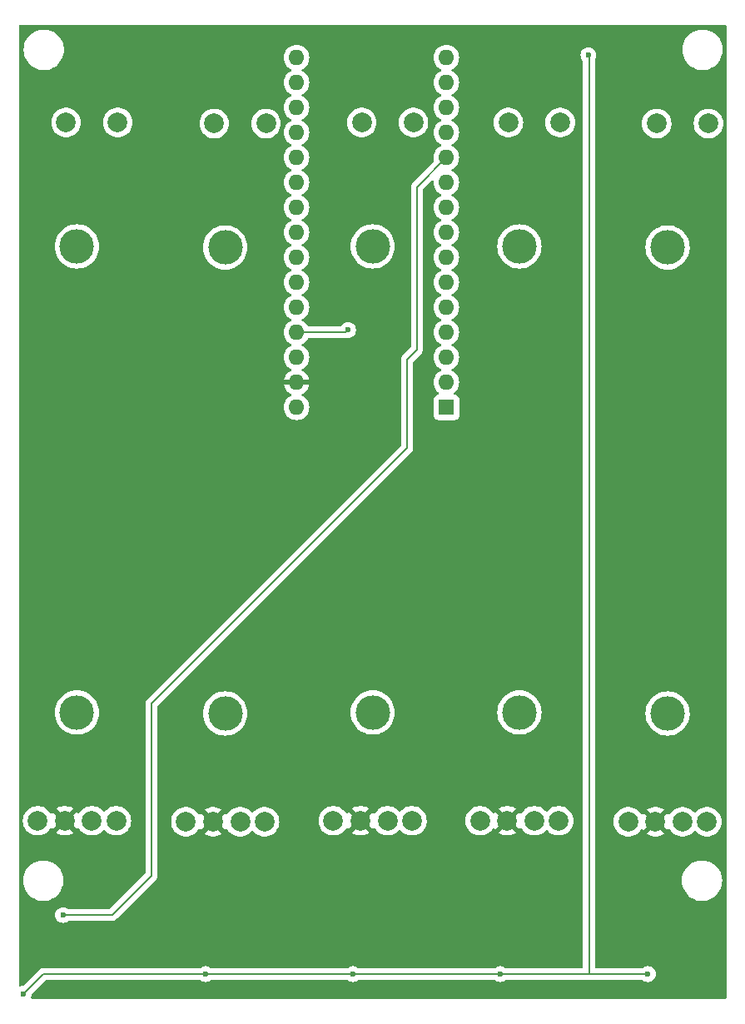
<source format=gbl>
%TF.GenerationSoftware,KiCad,Pcbnew,8.0.0*%
%TF.CreationDate,2024-07-15T16:45:47+02:00*%
%TF.ProjectId,Audio-Controller V2.1.kicad_pcb,41756469-6f2d-4436-9f6e-74726f6c6c65,rev?*%
%TF.SameCoordinates,Original*%
%TF.FileFunction,Copper,L2,Bot*%
%TF.FilePolarity,Positive*%
%FSLAX46Y46*%
G04 Gerber Fmt 4.6, Leading zero omitted, Abs format (unit mm)*
G04 Created by KiCad (PCBNEW 8.0.0) date 2024-07-15 16:45:47*
%MOMM*%
%LPD*%
G01*
G04 APERTURE LIST*
%TA.AperFunction,ComponentPad*%
%ADD10C,2.000000*%
%TD*%
%TA.AperFunction,ComponentPad*%
%ADD11C,3.500000*%
%TD*%
%TA.AperFunction,ComponentPad*%
%ADD12R,1.600000X1.600000*%
%TD*%
%TA.AperFunction,ComponentPad*%
%ADD13O,1.600000X1.600000*%
%TD*%
%TA.AperFunction,ViaPad*%
%ADD14C,0.600000*%
%TD*%
%TA.AperFunction,Conductor*%
%ADD15C,0.200000*%
%TD*%
G04 APERTURE END LIST*
D10*
%TO.P,Double_Slider_Potentiometer5,1,Slider*%
%TO.N,Net-(A1-A4)*%
X110500000Y-98000000D03*
%TO.P,Double_Slider_Potentiometer5,2,0Ohm*%
%TO.N,GND*%
X113262000Y-98000000D03*
%TO.P,Double_Slider_Potentiometer5,3,Slider*%
%TO.N,unconnected-(Double_Slider_Potentiometer5-Slider-Pad3)*%
X116024000Y-98000000D03*
%TO.P,Double_Slider_Potentiometer5,4,0Ohm*%
%TO.N,unconnected-(Double_Slider_Potentiometer5-0Ohm-Pad4)*%
X118500000Y-98000000D03*
%TO.P,Double_Slider_Potentiometer5,5,MaxOhm*%
%TO.N,+5V*%
X113388000Y-27000000D03*
%TO.P,Double_Slider_Potentiometer5,6,MaxOhm*%
%TO.N,unconnected-(Double_Slider_Potentiometer5-MaxOhm-Pad6)*%
X118650000Y-27000000D03*
D11*
%TO.P,Double_Slider_Potentiometer5,7*%
%TO.N,N/C*%
X114500000Y-87000000D03*
%TO.P,Double_Slider_Potentiometer5,8*%
X114500000Y-39600000D03*
%TD*%
D12*
%TO.P,A1,1,D1/TX*%
%TO.N,unconnected-(A1-D1{slash}TX-Pad1)*%
X92000000Y-55860000D03*
D13*
%TO.P,A1,2,D0/RX*%
%TO.N,unconnected-(A1-D0{slash}RX-Pad2)*%
X92000000Y-53320000D03*
%TO.P,A1,3,~{RESET}*%
%TO.N,unconnected-(A1-~{RESET}-Pad3)*%
X92000000Y-50780000D03*
%TO.P,A1,4,GND*%
%TO.N,unconnected-(A1-GND-Pad4)*%
X92000000Y-48240000D03*
%TO.P,A1,5,D2*%
%TO.N,unconnected-(A1-D2-Pad5)*%
X92000000Y-45700000D03*
%TO.P,A1,6,D3*%
%TO.N,unconnected-(A1-D3-Pad6)*%
X92000000Y-43160000D03*
%TO.P,A1,7,D4*%
%TO.N,unconnected-(A1-D4-Pad7)*%
X92000000Y-40620000D03*
%TO.P,A1,8,D5*%
%TO.N,unconnected-(A1-D5-Pad8)*%
X92000000Y-38080000D03*
%TO.P,A1,9,D6*%
%TO.N,unconnected-(A1-D6-Pad9)*%
X92000000Y-35540000D03*
%TO.P,A1,10,D7*%
%TO.N,unconnected-(A1-D7-Pad10)*%
X92000000Y-33000000D03*
%TO.P,A1,11,D8*%
%TO.N,Net-(A1-D8)*%
X92000000Y-30460000D03*
%TO.P,A1,12,D9*%
%TO.N,unconnected-(A1-D9-Pad12)*%
X92000000Y-27920000D03*
%TO.P,A1,13,D10*%
%TO.N,unconnected-(A1-D10-Pad13)*%
X92000000Y-25380000D03*
%TO.P,A1,14,D11*%
%TO.N,unconnected-(A1-D11-Pad14)*%
X92000000Y-22840000D03*
%TO.P,A1,15,D12*%
%TO.N,unconnected-(A1-D12-Pad15)*%
X92000000Y-20300000D03*
%TO.P,A1,16,D13*%
%TO.N,unconnected-(A1-D13-Pad16)*%
X76760000Y-20300000D03*
%TO.P,A1,17,3V3*%
%TO.N,unconnected-(A1-3V3-Pad17)*%
X76760000Y-22840000D03*
%TO.P,A1,18,AREF*%
%TO.N,unconnected-(A1-AREF-Pad18)*%
X76760000Y-25380000D03*
%TO.P,A1,19,A0*%
%TO.N,Net-(A1-A0)*%
X76760000Y-27920000D03*
%TO.P,A1,20,A1*%
%TO.N,Net-(A1-A1)*%
X76760000Y-30460000D03*
%TO.P,A1,21,A2*%
%TO.N,Net-(A1-A2)*%
X76760000Y-33000000D03*
%TO.P,A1,22,A3*%
%TO.N,Net-(A1-A3)*%
X76760000Y-35540000D03*
%TO.P,A1,23,A4*%
%TO.N,Net-(A1-A4)*%
X76760000Y-38080000D03*
%TO.P,A1,24,A5*%
%TO.N,unconnected-(A1-A5-Pad24)*%
X76760000Y-40620000D03*
%TO.P,A1,25,A6*%
%TO.N,unconnected-(A1-A6-Pad25)*%
X76760000Y-43160000D03*
%TO.P,A1,26,A7*%
%TO.N,unconnected-(A1-A7-Pad26)*%
X76760000Y-45700000D03*
%TO.P,A1,27,+5V*%
%TO.N,+5V*%
X76760000Y-48240000D03*
%TO.P,A1,28,~{RESET}*%
%TO.N,unconnected-(A1-~{RESET}-Pad28)*%
X76760000Y-50780000D03*
%TO.P,A1,29,GND*%
%TO.N,GND*%
X76760000Y-53320000D03*
%TO.P,A1,30,VIN*%
%TO.N,unconnected-(A1-VIN-Pad30)*%
X76760000Y-55860000D03*
%TD*%
D10*
%TO.P,Double_Slider_Potentiometer2,1,Slider*%
%TO.N,Net-(A1-A1)*%
X65500000Y-98000000D03*
%TO.P,Double_Slider_Potentiometer2,2,0Ohm*%
%TO.N,GND*%
X68262000Y-98000000D03*
%TO.P,Double_Slider_Potentiometer2,3,Slider*%
%TO.N,unconnected-(Double_Slider_Potentiometer2-Slider-Pad3)*%
X71024000Y-98000000D03*
%TO.P,Double_Slider_Potentiometer2,4,0Ohm*%
%TO.N,unconnected-(Double_Slider_Potentiometer2-0Ohm-Pad4)*%
X73500000Y-98000000D03*
%TO.P,Double_Slider_Potentiometer2,5,MaxOhm*%
%TO.N,+5V*%
X68388000Y-27000000D03*
%TO.P,Double_Slider_Potentiometer2,6,MaxOhm*%
%TO.N,unconnected-(Double_Slider_Potentiometer2-MaxOhm-Pad6)*%
X73650000Y-27000000D03*
D11*
%TO.P,Double_Slider_Potentiometer2,7*%
%TO.N,N/C*%
X69500000Y-87000000D03*
%TO.P,Double_Slider_Potentiometer2,8*%
X69500000Y-39600000D03*
%TD*%
D10*
%TO.P,Double_Slider_Potentiometer1,1,Slider*%
%TO.N,Net-(A1-A0)*%
X50425000Y-97900000D03*
%TO.P,Double_Slider_Potentiometer1,2,0Ohm*%
%TO.N,GND*%
X53187000Y-97900000D03*
%TO.P,Double_Slider_Potentiometer1,3,Slider*%
%TO.N,unconnected-(Double_Slider_Potentiometer1-Slider-Pad3)*%
X55949000Y-97900000D03*
%TO.P,Double_Slider_Potentiometer1,4,0Ohm*%
%TO.N,unconnected-(Double_Slider_Potentiometer1-0Ohm-Pad4)*%
X58425000Y-97900000D03*
%TO.P,Double_Slider_Potentiometer1,5,MaxOhm*%
%TO.N,+5V*%
X53313000Y-26900000D03*
%TO.P,Double_Slider_Potentiometer1,6,MaxOhm*%
%TO.N,unconnected-(Double_Slider_Potentiometer1-MaxOhm-Pad6)*%
X58575000Y-26900000D03*
D11*
%TO.P,Double_Slider_Potentiometer1,7*%
%TO.N,N/C*%
X54425000Y-86900000D03*
%TO.P,Double_Slider_Potentiometer1,8*%
X54425000Y-39500000D03*
%TD*%
D10*
%TO.P,Double_Slider_Potentiometer4,1,Slider*%
%TO.N,Net-(A1-A3)*%
X95425000Y-97900000D03*
%TO.P,Double_Slider_Potentiometer4,2,0Ohm*%
%TO.N,GND*%
X98187000Y-97900000D03*
%TO.P,Double_Slider_Potentiometer4,3,Slider*%
%TO.N,unconnected-(Double_Slider_Potentiometer4-Slider-Pad3)*%
X100949000Y-97900000D03*
%TO.P,Double_Slider_Potentiometer4,4,0Ohm*%
%TO.N,unconnected-(Double_Slider_Potentiometer4-0Ohm-Pad4)*%
X103425000Y-97900000D03*
%TO.P,Double_Slider_Potentiometer4,5,MaxOhm*%
%TO.N,+5V*%
X98313000Y-26900000D03*
%TO.P,Double_Slider_Potentiometer4,6,MaxOhm*%
%TO.N,unconnected-(Double_Slider_Potentiometer4-MaxOhm-Pad6)*%
X103575000Y-26900000D03*
D11*
%TO.P,Double_Slider_Potentiometer4,7*%
%TO.N,N/C*%
X99425000Y-86900000D03*
%TO.P,Double_Slider_Potentiometer4,8*%
X99425000Y-39500000D03*
%TD*%
D10*
%TO.P,Double_Slider_Potentiometer3,1,Slider*%
%TO.N,Net-(A1-A2)*%
X80500000Y-97900000D03*
%TO.P,Double_Slider_Potentiometer3,2,0Ohm*%
%TO.N,GND*%
X83262000Y-97900000D03*
%TO.P,Double_Slider_Potentiometer3,3,Slider*%
%TO.N,unconnected-(Double_Slider_Potentiometer3-Slider-Pad3)*%
X86024000Y-97900000D03*
%TO.P,Double_Slider_Potentiometer3,4,0Ohm*%
%TO.N,unconnected-(Double_Slider_Potentiometer3-0Ohm-Pad4)*%
X88500000Y-97900000D03*
%TO.P,Double_Slider_Potentiometer3,5,MaxOhm*%
%TO.N,+5V*%
X83388000Y-26900000D03*
%TO.P,Double_Slider_Potentiometer3,6,MaxOhm*%
%TO.N,unconnected-(Double_Slider_Potentiometer3-MaxOhm-Pad6)*%
X88650000Y-26900000D03*
D11*
%TO.P,Double_Slider_Potentiometer3,7*%
%TO.N,N/C*%
X84500000Y-86900000D03*
%TO.P,Double_Slider_Potentiometer3,8*%
X84500000Y-39500000D03*
%TD*%
D14*
%TO.N,Net-(A1-D8)*%
X53000000Y-107500000D03*
%TO.N,GND*%
X62000000Y-31500000D03*
%TO.N,+5V*%
X82500000Y-113500000D03*
X49000000Y-115500000D03*
X97500000Y-113500000D03*
X67500000Y-113500000D03*
X82000000Y-48000000D03*
X112500000Y-113500000D03*
X106444000Y-20056000D03*
%TD*%
D15*
%TO.N,Net-(A1-D8)*%
X88000000Y-60000000D02*
X62000000Y-86000000D01*
X58000000Y-107500000D02*
X53000000Y-107500000D01*
X92000000Y-30460000D02*
X89000000Y-33460000D01*
X62000000Y-103500000D02*
X58000000Y-107500000D01*
X89000000Y-50000000D02*
X88000000Y-51000000D01*
X62000000Y-86000000D02*
X62000000Y-103500000D01*
X89000000Y-33460000D02*
X89000000Y-50000000D01*
X88000000Y-51000000D02*
X88000000Y-60000000D01*
%TO.N,+5V*%
X106500000Y-103500000D02*
X106500000Y-20112000D01*
X82500000Y-113500000D02*
X67500000Y-113500000D01*
X49000000Y-115500000D02*
X49500000Y-115000000D01*
X106500000Y-103500000D02*
X106500000Y-104000000D01*
X106500000Y-104000000D02*
X106500000Y-113500000D01*
X106500000Y-20112000D02*
X106444000Y-20056000D01*
X106500000Y-113500000D02*
X97500000Y-113500000D01*
X82000000Y-48000000D02*
X81760000Y-48240000D01*
X106500000Y-113500000D02*
X112500000Y-113500000D01*
X81760000Y-48240000D02*
X76760000Y-48240000D01*
X67500000Y-113500000D02*
X51000000Y-113500000D01*
X97500000Y-113500000D02*
X82500000Y-113500000D01*
X51000000Y-113500000D02*
X49000000Y-115500000D01*
%TD*%
%TA.AperFunction,Conductor*%
%TO.N,GND*%
G36*
X120442539Y-17020185D02*
G01*
X120488294Y-17072989D01*
X120499500Y-17124500D01*
X120499500Y-115875500D01*
X120479815Y-115942539D01*
X120427011Y-115988294D01*
X120375500Y-115999500D01*
X49848072Y-115999500D01*
X49781033Y-115979815D01*
X49735278Y-115927011D01*
X49725334Y-115857853D01*
X49731030Y-115834546D01*
X49758627Y-115755673D01*
X49785368Y-115679255D01*
X49795161Y-115592330D01*
X49822226Y-115527920D01*
X49830700Y-115518534D01*
X49980520Y-115368716D01*
X49980520Y-115368714D01*
X49990725Y-115358510D01*
X49990728Y-115358505D01*
X51212416Y-114136819D01*
X51273739Y-114103334D01*
X51300097Y-114100500D01*
X66917588Y-114100500D01*
X66984627Y-114120185D01*
X66994903Y-114127555D01*
X66997736Y-114129814D01*
X66997738Y-114129816D01*
X67150478Y-114225789D01*
X67320745Y-114285368D01*
X67320750Y-114285369D01*
X67499996Y-114305565D01*
X67500000Y-114305565D01*
X67500004Y-114305565D01*
X67679249Y-114285369D01*
X67679252Y-114285368D01*
X67679255Y-114285368D01*
X67849522Y-114225789D01*
X68002262Y-114129816D01*
X68002267Y-114129810D01*
X68005097Y-114127555D01*
X68007275Y-114126665D01*
X68008158Y-114126111D01*
X68008255Y-114126265D01*
X68069783Y-114101145D01*
X68082412Y-114100500D01*
X81917588Y-114100500D01*
X81984627Y-114120185D01*
X81994903Y-114127555D01*
X81997736Y-114129814D01*
X81997738Y-114129816D01*
X82150478Y-114225789D01*
X82320745Y-114285368D01*
X82320750Y-114285369D01*
X82499996Y-114305565D01*
X82500000Y-114305565D01*
X82500004Y-114305565D01*
X82679249Y-114285369D01*
X82679252Y-114285368D01*
X82679255Y-114285368D01*
X82849522Y-114225789D01*
X83002262Y-114129816D01*
X83002267Y-114129810D01*
X83005097Y-114127555D01*
X83007275Y-114126665D01*
X83008158Y-114126111D01*
X83008255Y-114126265D01*
X83069783Y-114101145D01*
X83082412Y-114100500D01*
X96917588Y-114100500D01*
X96984627Y-114120185D01*
X96994903Y-114127555D01*
X96997736Y-114129814D01*
X96997738Y-114129816D01*
X97150478Y-114225789D01*
X97320745Y-114285368D01*
X97320750Y-114285369D01*
X97499996Y-114305565D01*
X97500000Y-114305565D01*
X97500004Y-114305565D01*
X97679249Y-114285369D01*
X97679252Y-114285368D01*
X97679255Y-114285368D01*
X97849522Y-114225789D01*
X98002262Y-114129816D01*
X98002267Y-114129810D01*
X98005097Y-114127555D01*
X98007275Y-114126665D01*
X98008158Y-114126111D01*
X98008255Y-114126265D01*
X98069783Y-114101145D01*
X98082412Y-114100500D01*
X106420943Y-114100500D01*
X111917588Y-114100500D01*
X111984627Y-114120185D01*
X111994903Y-114127555D01*
X111997736Y-114129814D01*
X111997738Y-114129816D01*
X112150478Y-114225789D01*
X112320745Y-114285368D01*
X112320750Y-114285369D01*
X112499996Y-114305565D01*
X112500000Y-114305565D01*
X112500004Y-114305565D01*
X112679249Y-114285369D01*
X112679252Y-114285368D01*
X112679255Y-114285368D01*
X112849522Y-114225789D01*
X113002262Y-114129816D01*
X113129816Y-114002262D01*
X113225789Y-113849522D01*
X113285368Y-113679255D01*
X113305565Y-113500000D01*
X113285368Y-113320745D01*
X113225789Y-113150478D01*
X113129816Y-112997738D01*
X113002262Y-112870184D01*
X112849523Y-112774211D01*
X112679254Y-112714631D01*
X112679249Y-112714630D01*
X112500004Y-112694435D01*
X112499996Y-112694435D01*
X112320750Y-112714630D01*
X112320745Y-112714631D01*
X112150476Y-112774211D01*
X111997736Y-112870185D01*
X111994903Y-112872445D01*
X111992724Y-112873334D01*
X111991842Y-112873889D01*
X111991744Y-112873734D01*
X111930217Y-112898855D01*
X111917588Y-112899500D01*
X107224500Y-112899500D01*
X107157461Y-112879815D01*
X107111706Y-112827011D01*
X107100500Y-112775500D01*
X107100500Y-104000000D01*
X115944709Y-104000000D01*
X115963851Y-104279862D01*
X115963852Y-104279864D01*
X116020921Y-104554499D01*
X116020926Y-104554516D01*
X116031075Y-104583071D01*
X116114864Y-104818830D01*
X116243919Y-105067896D01*
X116405688Y-105297069D01*
X116405692Y-105297073D01*
X116405692Y-105297074D01*
X116597154Y-105502080D01*
X116597155Y-105502081D01*
X116814754Y-105679111D01*
X116814756Y-105679112D01*
X116814757Y-105679113D01*
X117054433Y-105824863D01*
X117263257Y-105915567D01*
X117311725Y-105936620D01*
X117581839Y-106012303D01*
X117826159Y-106045884D01*
X117859741Y-106050500D01*
X117859742Y-106050500D01*
X118140259Y-106050500D01*
X118170219Y-106046381D01*
X118418161Y-106012303D01*
X118688275Y-105936620D01*
X118945568Y-105824862D01*
X119185246Y-105679111D01*
X119402845Y-105502081D01*
X119594312Y-105297069D01*
X119756081Y-105067896D01*
X119885136Y-104818830D01*
X119979075Y-104554511D01*
X119979076Y-104554504D01*
X119979078Y-104554499D01*
X120010845Y-104401626D01*
X120036148Y-104279862D01*
X120055291Y-104000000D01*
X120036148Y-103720138D01*
X120006831Y-103579056D01*
X119979078Y-103445500D01*
X119979073Y-103445483D01*
X119953576Y-103373742D01*
X119885136Y-103181170D01*
X119756081Y-102932104D01*
X119594312Y-102702931D01*
X119594307Y-102702925D01*
X119402845Y-102497919D01*
X119185242Y-102320886D01*
X118945566Y-102175136D01*
X118688276Y-102063380D01*
X118418166Y-101987698D01*
X118418162Y-101987697D01*
X118418161Y-101987697D01*
X118279209Y-101968598D01*
X118140259Y-101949500D01*
X118140258Y-101949500D01*
X117859742Y-101949500D01*
X117859741Y-101949500D01*
X117581839Y-101987697D01*
X117581833Y-101987698D01*
X117311723Y-102063380D01*
X117054433Y-102175136D01*
X116814757Y-102320886D01*
X116597154Y-102497919D01*
X116405692Y-102702925D01*
X116405692Y-102702926D01*
X116243919Y-102932103D01*
X116114863Y-103181171D01*
X116020926Y-103445483D01*
X116020921Y-103445500D01*
X115963852Y-103720135D01*
X115963851Y-103720137D01*
X115944709Y-104000000D01*
X107100500Y-104000000D01*
X107100500Y-98000005D01*
X108994357Y-98000005D01*
X109014890Y-98247812D01*
X109014892Y-98247824D01*
X109075936Y-98488881D01*
X109175826Y-98716606D01*
X109311833Y-98924782D01*
X109311835Y-98924784D01*
X109311836Y-98924785D01*
X109480256Y-99107738D01*
X109676491Y-99260474D01*
X109676493Y-99260475D01*
X109894332Y-99378364D01*
X109895190Y-99378828D01*
X110114141Y-99453994D01*
X110128964Y-99459083D01*
X110130386Y-99459571D01*
X110375665Y-99500500D01*
X110624335Y-99500500D01*
X110869614Y-99459571D01*
X111104810Y-99378828D01*
X111323509Y-99260474D01*
X111519744Y-99107738D01*
X111688164Y-98924785D01*
X111777491Y-98788059D01*
X111830635Y-98742704D01*
X111899866Y-98733280D01*
X111963202Y-98762781D01*
X111985106Y-98788060D01*
X112038563Y-98869882D01*
X112038564Y-98869882D01*
X112779037Y-98129409D01*
X112796075Y-98192993D01*
X112861901Y-98307007D01*
X112954993Y-98400099D01*
X113069007Y-98465925D01*
X113132590Y-98482962D01*
X112391942Y-99223609D01*
X112438768Y-99260055D01*
X112438770Y-99260056D01*
X112657385Y-99378364D01*
X112657396Y-99378369D01*
X112892506Y-99459083D01*
X113137707Y-99500000D01*
X113386293Y-99500000D01*
X113631493Y-99459083D01*
X113866603Y-99378369D01*
X113866614Y-99378364D01*
X114085228Y-99260057D01*
X114085231Y-99260055D01*
X114132056Y-99223609D01*
X113391409Y-98482962D01*
X113454993Y-98465925D01*
X113569007Y-98400099D01*
X113662099Y-98307007D01*
X113727925Y-98192993D01*
X113744962Y-98129410D01*
X114485434Y-98869882D01*
X114538892Y-98788060D01*
X114592038Y-98742704D01*
X114661269Y-98733280D01*
X114724605Y-98762782D01*
X114746509Y-98788060D01*
X114835836Y-98924785D01*
X115004256Y-99107738D01*
X115200491Y-99260474D01*
X115200493Y-99260475D01*
X115418332Y-99378364D01*
X115419190Y-99378828D01*
X115638141Y-99453994D01*
X115652964Y-99459083D01*
X115654386Y-99459571D01*
X115899665Y-99500500D01*
X116148335Y-99500500D01*
X116393614Y-99459571D01*
X116628810Y-99378828D01*
X116847509Y-99260474D01*
X117043744Y-99107738D01*
X117170771Y-98969748D01*
X117230657Y-98933760D01*
X117300495Y-98935860D01*
X117353227Y-98969748D01*
X117480256Y-99107738D01*
X117676491Y-99260474D01*
X117676493Y-99260475D01*
X117894332Y-99378364D01*
X117895190Y-99378828D01*
X118114141Y-99453994D01*
X118128964Y-99459083D01*
X118130386Y-99459571D01*
X118375665Y-99500500D01*
X118624335Y-99500500D01*
X118869614Y-99459571D01*
X119104810Y-99378828D01*
X119323509Y-99260474D01*
X119519744Y-99107738D01*
X119688164Y-98924785D01*
X119824173Y-98716607D01*
X119924063Y-98488881D01*
X119985108Y-98247821D01*
X119993394Y-98147824D01*
X120005643Y-98000005D01*
X120005643Y-97999994D01*
X119985109Y-97752187D01*
X119985107Y-97752175D01*
X119924063Y-97511118D01*
X119824173Y-97283393D01*
X119688166Y-97075217D01*
X119596109Y-96975217D01*
X119519744Y-96892262D01*
X119323509Y-96739526D01*
X119323507Y-96739525D01*
X119323506Y-96739524D01*
X119104811Y-96621172D01*
X119104802Y-96621169D01*
X118869616Y-96540429D01*
X118624335Y-96499500D01*
X118375665Y-96499500D01*
X118130383Y-96540429D01*
X117895197Y-96621169D01*
X117895188Y-96621172D01*
X117676493Y-96739524D01*
X117480257Y-96892261D01*
X117353230Y-97030249D01*
X117293342Y-97066240D01*
X117223504Y-97064139D01*
X117170770Y-97030249D01*
X117120109Y-96975217D01*
X117043744Y-96892262D01*
X116847509Y-96739526D01*
X116847507Y-96739525D01*
X116847506Y-96739524D01*
X116628811Y-96621172D01*
X116628802Y-96621169D01*
X116393616Y-96540429D01*
X116148335Y-96499500D01*
X115899665Y-96499500D01*
X115654383Y-96540429D01*
X115419197Y-96621169D01*
X115419188Y-96621172D01*
X115200493Y-96739524D01*
X115004257Y-96892261D01*
X115004256Y-96892262D01*
X114927892Y-96975215D01*
X114835836Y-97075215D01*
X114746510Y-97211939D01*
X114693363Y-97257295D01*
X114624132Y-97266719D01*
X114560796Y-97237217D01*
X114538893Y-97211939D01*
X114485434Y-97130116D01*
X113744962Y-97870589D01*
X113727925Y-97807007D01*
X113662099Y-97692993D01*
X113569007Y-97599901D01*
X113454993Y-97534075D01*
X113391410Y-97517037D01*
X114132057Y-96776390D01*
X114132056Y-96776389D01*
X114085229Y-96739943D01*
X113866614Y-96621635D01*
X113866603Y-96621630D01*
X113631493Y-96540916D01*
X113386293Y-96500000D01*
X113137707Y-96500000D01*
X112892506Y-96540916D01*
X112657396Y-96621630D01*
X112657390Y-96621632D01*
X112438761Y-96739949D01*
X112391942Y-96776388D01*
X112391942Y-96776390D01*
X113132590Y-97517037D01*
X113069007Y-97534075D01*
X112954993Y-97599901D01*
X112861901Y-97692993D01*
X112796075Y-97807007D01*
X112779037Y-97870589D01*
X112038564Y-97130116D01*
X112038563Y-97130116D01*
X111985106Y-97211939D01*
X111931960Y-97257295D01*
X111862729Y-97266719D01*
X111799393Y-97237217D01*
X111777489Y-97211938D01*
X111688166Y-97075217D01*
X111596109Y-96975217D01*
X111519744Y-96892262D01*
X111323509Y-96739526D01*
X111323507Y-96739525D01*
X111323506Y-96739524D01*
X111104811Y-96621172D01*
X111104802Y-96621169D01*
X110869616Y-96540429D01*
X110624335Y-96499500D01*
X110375665Y-96499500D01*
X110130383Y-96540429D01*
X109895197Y-96621169D01*
X109895188Y-96621172D01*
X109676493Y-96739524D01*
X109480257Y-96892261D01*
X109311833Y-97075217D01*
X109175826Y-97283393D01*
X109075936Y-97511118D01*
X109014892Y-97752175D01*
X109014890Y-97752187D01*
X108994357Y-97999994D01*
X108994357Y-98000005D01*
X107100500Y-98000005D01*
X107100500Y-87000007D01*
X112244671Y-87000007D01*
X112263964Y-87294363D01*
X112263965Y-87294373D01*
X112263966Y-87294380D01*
X112263968Y-87294390D01*
X112321518Y-87583716D01*
X112321521Y-87583730D01*
X112416349Y-87863080D01*
X112546825Y-88127660D01*
X112546829Y-88127667D01*
X112710725Y-88372955D01*
X112905241Y-88594758D01*
X113127044Y-88789274D01*
X113372332Y-88953170D01*
X113372335Y-88953172D01*
X113636923Y-89083652D01*
X113916278Y-89178481D01*
X114205620Y-89236034D01*
X114233888Y-89237886D01*
X114499993Y-89255329D01*
X114500000Y-89255329D01*
X114500007Y-89255329D01*
X114735675Y-89239881D01*
X114794380Y-89236034D01*
X115083722Y-89178481D01*
X115363077Y-89083652D01*
X115627665Y-88953172D01*
X115872957Y-88789273D01*
X116094758Y-88594758D01*
X116289273Y-88372957D01*
X116453172Y-88127665D01*
X116583652Y-87863077D01*
X116678481Y-87583722D01*
X116736034Y-87294380D01*
X116742588Y-87194390D01*
X116755329Y-87000007D01*
X116755329Y-86999992D01*
X116736035Y-86705636D01*
X116736034Y-86705620D01*
X116678481Y-86416278D01*
X116583652Y-86136923D01*
X116453172Y-85872336D01*
X116289273Y-85627043D01*
X116201575Y-85527043D01*
X116094758Y-85405241D01*
X115872955Y-85210725D01*
X115627667Y-85046829D01*
X115627660Y-85046825D01*
X115363080Y-84916349D01*
X115083730Y-84821521D01*
X115083724Y-84821519D01*
X115083722Y-84821519D01*
X114794380Y-84763966D01*
X114794373Y-84763965D01*
X114794363Y-84763964D01*
X114500007Y-84744671D01*
X114499993Y-84744671D01*
X114205636Y-84763964D01*
X114205624Y-84763965D01*
X114205620Y-84763966D01*
X114205612Y-84763967D01*
X114205609Y-84763968D01*
X113916283Y-84821518D01*
X113916269Y-84821521D01*
X113636919Y-84916349D01*
X113372334Y-85046828D01*
X113127041Y-85210728D01*
X112905241Y-85405241D01*
X112710728Y-85627041D01*
X112546828Y-85872334D01*
X112416349Y-86136919D01*
X112321521Y-86416269D01*
X112321518Y-86416283D01*
X112263968Y-86705609D01*
X112263964Y-86705636D01*
X112244671Y-86999992D01*
X112244671Y-87000007D01*
X107100500Y-87000007D01*
X107100500Y-39600007D01*
X112244671Y-39600007D01*
X112263964Y-39894363D01*
X112263965Y-39894373D01*
X112263966Y-39894380D01*
X112263968Y-39894390D01*
X112321518Y-40183716D01*
X112321521Y-40183730D01*
X112416349Y-40463080D01*
X112546825Y-40727660D01*
X112546829Y-40727667D01*
X112710725Y-40972955D01*
X112905241Y-41194758D01*
X113127044Y-41389274D01*
X113372332Y-41553170D01*
X113372335Y-41553172D01*
X113636923Y-41683652D01*
X113916278Y-41778481D01*
X114205620Y-41836034D01*
X114233888Y-41837886D01*
X114499993Y-41855329D01*
X114500000Y-41855329D01*
X114500007Y-41855329D01*
X114735675Y-41839881D01*
X114794380Y-41836034D01*
X115083722Y-41778481D01*
X115363077Y-41683652D01*
X115627665Y-41553172D01*
X115872957Y-41389273D01*
X116094758Y-41194758D01*
X116289273Y-40972957D01*
X116453172Y-40727665D01*
X116583652Y-40463077D01*
X116678481Y-40183722D01*
X116736034Y-39894380D01*
X116742588Y-39794390D01*
X116755329Y-39600007D01*
X116755329Y-39599992D01*
X116736035Y-39305636D01*
X116736034Y-39305620D01*
X116678481Y-39016278D01*
X116583652Y-38736923D01*
X116453172Y-38472336D01*
X116289273Y-38227043D01*
X116201575Y-38127043D01*
X116094758Y-38005241D01*
X115872955Y-37810725D01*
X115627667Y-37646829D01*
X115627660Y-37646825D01*
X115363080Y-37516349D01*
X115083730Y-37421521D01*
X115083724Y-37421519D01*
X115083722Y-37421519D01*
X114794380Y-37363966D01*
X114794373Y-37363965D01*
X114794363Y-37363964D01*
X114500007Y-37344671D01*
X114499993Y-37344671D01*
X114205636Y-37363964D01*
X114205624Y-37363965D01*
X114205620Y-37363966D01*
X114205612Y-37363967D01*
X114205609Y-37363968D01*
X113916283Y-37421518D01*
X113916269Y-37421521D01*
X113636919Y-37516349D01*
X113372334Y-37646828D01*
X113127041Y-37810728D01*
X112905241Y-38005241D01*
X112710728Y-38227041D01*
X112546828Y-38472334D01*
X112416349Y-38736919D01*
X112321521Y-39016269D01*
X112321518Y-39016283D01*
X112263968Y-39305609D01*
X112263964Y-39305636D01*
X112244671Y-39599992D01*
X112244671Y-39600007D01*
X107100500Y-39600007D01*
X107100500Y-27000005D01*
X111882357Y-27000005D01*
X111902890Y-27247812D01*
X111902892Y-27247824D01*
X111963936Y-27488881D01*
X112063826Y-27716606D01*
X112199833Y-27924782D01*
X112199836Y-27924785D01*
X112368256Y-28107738D01*
X112564491Y-28260474D01*
X112783190Y-28378828D01*
X113018386Y-28459571D01*
X113263665Y-28500500D01*
X113512335Y-28500500D01*
X113757614Y-28459571D01*
X113992810Y-28378828D01*
X114211509Y-28260474D01*
X114407744Y-28107738D01*
X114576164Y-27924785D01*
X114579292Y-27919998D01*
X114641499Y-27824782D01*
X114712173Y-27716607D01*
X114812063Y-27488881D01*
X114873108Y-27247821D01*
X114881394Y-27147824D01*
X114893643Y-27000005D01*
X117144357Y-27000005D01*
X117164890Y-27247812D01*
X117164892Y-27247824D01*
X117225936Y-27488881D01*
X117325826Y-27716606D01*
X117461833Y-27924782D01*
X117461836Y-27924785D01*
X117630256Y-28107738D01*
X117826491Y-28260474D01*
X118045190Y-28378828D01*
X118280386Y-28459571D01*
X118525665Y-28500500D01*
X118774335Y-28500500D01*
X119019614Y-28459571D01*
X119254810Y-28378828D01*
X119473509Y-28260474D01*
X119669744Y-28107738D01*
X119838164Y-27924785D01*
X119841292Y-27919998D01*
X119903499Y-27824782D01*
X119974173Y-27716607D01*
X120074063Y-27488881D01*
X120135108Y-27247821D01*
X120143394Y-27147824D01*
X120155643Y-27000005D01*
X120155643Y-26999994D01*
X120135109Y-26752187D01*
X120135107Y-26752175D01*
X120074063Y-26511118D01*
X119974173Y-26283393D01*
X119838166Y-26075217D01*
X119816557Y-26051744D01*
X119669744Y-25892262D01*
X119473509Y-25739526D01*
X119473507Y-25739525D01*
X119473506Y-25739524D01*
X119254811Y-25621172D01*
X119254802Y-25621169D01*
X119019616Y-25540429D01*
X118774335Y-25499500D01*
X118525665Y-25499500D01*
X118280383Y-25540429D01*
X118045197Y-25621169D01*
X118045188Y-25621172D01*
X117826493Y-25739524D01*
X117630257Y-25892261D01*
X117461833Y-26075217D01*
X117325826Y-26283393D01*
X117225936Y-26511118D01*
X117164892Y-26752175D01*
X117164890Y-26752187D01*
X117144357Y-26999994D01*
X117144357Y-27000005D01*
X114893643Y-27000005D01*
X114893643Y-26999994D01*
X114873109Y-26752187D01*
X114873107Y-26752175D01*
X114812063Y-26511118D01*
X114712173Y-26283393D01*
X114576166Y-26075217D01*
X114554557Y-26051744D01*
X114407744Y-25892262D01*
X114211509Y-25739526D01*
X114211507Y-25739525D01*
X114211506Y-25739524D01*
X113992811Y-25621172D01*
X113992802Y-25621169D01*
X113757616Y-25540429D01*
X113512335Y-25499500D01*
X113263665Y-25499500D01*
X113018383Y-25540429D01*
X112783197Y-25621169D01*
X112783188Y-25621172D01*
X112564493Y-25739524D01*
X112368257Y-25892261D01*
X112199833Y-26075217D01*
X112063826Y-26283393D01*
X111963936Y-26511118D01*
X111902892Y-26752175D01*
X111902890Y-26752187D01*
X111882357Y-26999994D01*
X111882357Y-27000005D01*
X107100500Y-27000005D01*
X107100500Y-20551518D01*
X107119507Y-20485545D01*
X107169788Y-20405524D01*
X107200124Y-20318830D01*
X107229368Y-20235255D01*
X107246515Y-20083071D01*
X107249565Y-20056003D01*
X107249565Y-20055996D01*
X107229369Y-19876750D01*
X107229368Y-19876745D01*
X107169788Y-19706476D01*
X107073815Y-19553737D01*
X107020078Y-19500000D01*
X115994709Y-19500000D01*
X116013851Y-19779862D01*
X116013852Y-19779864D01*
X116070921Y-20054499D01*
X116070926Y-20054516D01*
X116158172Y-20300001D01*
X116164864Y-20318830D01*
X116293919Y-20567896D01*
X116455688Y-20797069D01*
X116455692Y-20797073D01*
X116455692Y-20797074D01*
X116601066Y-20952732D01*
X116647155Y-21002081D01*
X116864754Y-21179111D01*
X116864756Y-21179112D01*
X116864757Y-21179113D01*
X117104433Y-21324863D01*
X117313257Y-21415567D01*
X117361725Y-21436620D01*
X117631839Y-21512303D01*
X117876159Y-21545884D01*
X117909741Y-21550500D01*
X117909742Y-21550500D01*
X118190259Y-21550500D01*
X118220219Y-21546381D01*
X118468161Y-21512303D01*
X118738275Y-21436620D01*
X118995568Y-21324862D01*
X119235246Y-21179111D01*
X119452845Y-21002081D01*
X119644312Y-20797069D01*
X119806081Y-20567896D01*
X119935136Y-20318830D01*
X120029075Y-20054511D01*
X120029076Y-20054504D01*
X120029078Y-20054499D01*
X120070845Y-19853502D01*
X120086148Y-19779862D01*
X120105291Y-19500000D01*
X120086148Y-19220138D01*
X120060845Y-19098374D01*
X120029078Y-18945500D01*
X120029073Y-18945483D01*
X120003576Y-18873742D01*
X119935136Y-18681170D01*
X119806081Y-18432104D01*
X119644312Y-18202931D01*
X119644307Y-18202925D01*
X119452845Y-17997919D01*
X119235242Y-17820886D01*
X118995566Y-17675136D01*
X118738276Y-17563380D01*
X118468166Y-17487698D01*
X118468162Y-17487697D01*
X118468161Y-17487697D01*
X118329209Y-17468598D01*
X118190259Y-17449500D01*
X118190258Y-17449500D01*
X117909742Y-17449500D01*
X117909741Y-17449500D01*
X117631839Y-17487697D01*
X117631833Y-17487698D01*
X117361723Y-17563380D01*
X117104433Y-17675136D01*
X116864757Y-17820886D01*
X116647154Y-17997919D01*
X116455692Y-18202925D01*
X116455692Y-18202926D01*
X116293919Y-18432103D01*
X116164863Y-18681171D01*
X116070926Y-18945483D01*
X116070921Y-18945500D01*
X116013852Y-19220135D01*
X116013851Y-19220137D01*
X115994709Y-19500000D01*
X107020078Y-19500000D01*
X106946262Y-19426184D01*
X106793523Y-19330211D01*
X106623254Y-19270631D01*
X106623249Y-19270630D01*
X106444004Y-19250435D01*
X106443996Y-19250435D01*
X106264750Y-19270630D01*
X106264745Y-19270631D01*
X106094476Y-19330211D01*
X105941737Y-19426184D01*
X105814184Y-19553737D01*
X105718211Y-19706476D01*
X105658631Y-19876745D01*
X105658630Y-19876750D01*
X105638435Y-20055996D01*
X105638435Y-20056003D01*
X105658630Y-20235249D01*
X105658631Y-20235254D01*
X105718211Y-20405523D01*
X105814184Y-20558262D01*
X105863181Y-20607259D01*
X105896666Y-20668582D01*
X105899500Y-20694940D01*
X105899500Y-112775500D01*
X105879815Y-112842539D01*
X105827011Y-112888294D01*
X105775500Y-112899500D01*
X98082412Y-112899500D01*
X98015373Y-112879815D01*
X98005097Y-112872445D01*
X98002263Y-112870185D01*
X98002262Y-112870184D01*
X97933553Y-112827011D01*
X97849523Y-112774211D01*
X97679254Y-112714631D01*
X97679249Y-112714630D01*
X97500004Y-112694435D01*
X97499996Y-112694435D01*
X97320750Y-112714630D01*
X97320745Y-112714631D01*
X97150476Y-112774211D01*
X96997736Y-112870185D01*
X96994903Y-112872445D01*
X96992724Y-112873334D01*
X96991842Y-112873889D01*
X96991744Y-112873734D01*
X96930217Y-112898855D01*
X96917588Y-112899500D01*
X83082412Y-112899500D01*
X83015373Y-112879815D01*
X83005097Y-112872445D01*
X83002263Y-112870185D01*
X83002262Y-112870184D01*
X82933553Y-112827011D01*
X82849523Y-112774211D01*
X82679254Y-112714631D01*
X82679249Y-112714630D01*
X82500004Y-112694435D01*
X82499996Y-112694435D01*
X82320750Y-112714630D01*
X82320745Y-112714631D01*
X82150476Y-112774211D01*
X81997736Y-112870185D01*
X81994903Y-112872445D01*
X81992724Y-112873334D01*
X81991842Y-112873889D01*
X81991744Y-112873734D01*
X81930217Y-112898855D01*
X81917588Y-112899500D01*
X68082412Y-112899500D01*
X68015373Y-112879815D01*
X68005097Y-112872445D01*
X68002263Y-112870185D01*
X68002262Y-112870184D01*
X67933553Y-112827011D01*
X67849523Y-112774211D01*
X67679254Y-112714631D01*
X67679249Y-112714630D01*
X67500004Y-112694435D01*
X67499996Y-112694435D01*
X67320750Y-112714630D01*
X67320745Y-112714631D01*
X67150476Y-112774211D01*
X66997736Y-112870185D01*
X66994903Y-112872445D01*
X66992724Y-112873334D01*
X66991842Y-112873889D01*
X66991744Y-112873734D01*
X66930217Y-112898855D01*
X66917588Y-112899500D01*
X51079057Y-112899500D01*
X50920943Y-112899500D01*
X50768215Y-112940423D01*
X50768214Y-112940423D01*
X50768212Y-112940424D01*
X50768209Y-112940425D01*
X50733066Y-112960716D01*
X50733064Y-112960717D01*
X50631290Y-113019475D01*
X50631282Y-113019481D01*
X49801242Y-113849522D01*
X49131286Y-114519478D01*
X49131284Y-114519480D01*
X48998836Y-114651928D01*
X48981465Y-114669299D01*
X48920142Y-114702783D01*
X48907668Y-114704837D01*
X48820750Y-114714630D01*
X48665454Y-114768970D01*
X48595675Y-114772531D01*
X48535048Y-114737802D01*
X48502821Y-114675808D01*
X48500500Y-114651928D01*
X48500500Y-107500003D01*
X52194435Y-107500003D01*
X52214630Y-107679249D01*
X52214631Y-107679254D01*
X52274211Y-107849523D01*
X52370184Y-108002262D01*
X52497738Y-108129816D01*
X52650478Y-108225789D01*
X52820745Y-108285368D01*
X52820750Y-108285369D01*
X52999996Y-108305565D01*
X53000000Y-108305565D01*
X53000004Y-108305565D01*
X53179249Y-108285369D01*
X53179252Y-108285368D01*
X53179255Y-108285368D01*
X53349522Y-108225789D01*
X53502262Y-108129816D01*
X53502267Y-108129810D01*
X53505097Y-108127555D01*
X53507275Y-108126665D01*
X53508158Y-108126111D01*
X53508255Y-108126265D01*
X53569783Y-108101145D01*
X53582412Y-108100500D01*
X57913331Y-108100500D01*
X57913347Y-108100501D01*
X57920943Y-108100501D01*
X58079054Y-108100501D01*
X58079057Y-108100501D01*
X58231785Y-108059577D01*
X58281904Y-108030639D01*
X58368716Y-107980520D01*
X58480520Y-107868716D01*
X58480520Y-107868714D01*
X58490728Y-107858507D01*
X58490730Y-107858504D01*
X62358506Y-103990728D01*
X62358511Y-103990724D01*
X62368714Y-103980520D01*
X62368716Y-103980520D01*
X62480520Y-103868716D01*
X62538543Y-103768216D01*
X62559577Y-103731785D01*
X62600500Y-103579058D01*
X62600500Y-103420943D01*
X62600500Y-98000005D01*
X63994357Y-98000005D01*
X64014890Y-98247812D01*
X64014892Y-98247824D01*
X64075936Y-98488881D01*
X64175826Y-98716606D01*
X64311833Y-98924782D01*
X64311835Y-98924784D01*
X64311836Y-98924785D01*
X64480256Y-99107738D01*
X64676491Y-99260474D01*
X64676493Y-99260475D01*
X64894332Y-99378364D01*
X64895190Y-99378828D01*
X65114141Y-99453994D01*
X65128964Y-99459083D01*
X65130386Y-99459571D01*
X65375665Y-99500500D01*
X65624335Y-99500500D01*
X65869614Y-99459571D01*
X66104810Y-99378828D01*
X66323509Y-99260474D01*
X66519744Y-99107738D01*
X66688164Y-98924785D01*
X66777491Y-98788059D01*
X66830635Y-98742704D01*
X66899866Y-98733280D01*
X66963202Y-98762781D01*
X66985106Y-98788060D01*
X67038563Y-98869882D01*
X67038564Y-98869882D01*
X67779037Y-98129409D01*
X67796075Y-98192993D01*
X67861901Y-98307007D01*
X67954993Y-98400099D01*
X68069007Y-98465925D01*
X68132590Y-98482962D01*
X67391942Y-99223609D01*
X67438768Y-99260055D01*
X67438770Y-99260056D01*
X67657385Y-99378364D01*
X67657396Y-99378369D01*
X67892506Y-99459083D01*
X68137707Y-99500000D01*
X68386293Y-99500000D01*
X68631493Y-99459083D01*
X68866603Y-99378369D01*
X68866614Y-99378364D01*
X69085228Y-99260057D01*
X69085231Y-99260055D01*
X69132056Y-99223609D01*
X68391409Y-98482962D01*
X68454993Y-98465925D01*
X68569007Y-98400099D01*
X68662099Y-98307007D01*
X68727925Y-98192993D01*
X68744962Y-98129410D01*
X69485434Y-98869882D01*
X69538892Y-98788060D01*
X69592038Y-98742704D01*
X69661269Y-98733280D01*
X69724605Y-98762782D01*
X69746509Y-98788060D01*
X69835836Y-98924785D01*
X70004256Y-99107738D01*
X70200491Y-99260474D01*
X70200493Y-99260475D01*
X70418332Y-99378364D01*
X70419190Y-99378828D01*
X70638141Y-99453994D01*
X70652964Y-99459083D01*
X70654386Y-99459571D01*
X70899665Y-99500500D01*
X71148335Y-99500500D01*
X71393614Y-99459571D01*
X71628810Y-99378828D01*
X71847509Y-99260474D01*
X72043744Y-99107738D01*
X72170771Y-98969748D01*
X72230657Y-98933760D01*
X72300495Y-98935860D01*
X72353227Y-98969748D01*
X72480256Y-99107738D01*
X72676491Y-99260474D01*
X72676493Y-99260475D01*
X72894332Y-99378364D01*
X72895190Y-99378828D01*
X73114141Y-99453994D01*
X73128964Y-99459083D01*
X73130386Y-99459571D01*
X73375665Y-99500500D01*
X73624335Y-99500500D01*
X73869614Y-99459571D01*
X74104810Y-99378828D01*
X74323509Y-99260474D01*
X74519744Y-99107738D01*
X74688164Y-98924785D01*
X74824173Y-98716607D01*
X74924063Y-98488881D01*
X74985108Y-98247821D01*
X74993394Y-98147824D01*
X75005643Y-98000005D01*
X75005643Y-97999994D01*
X74997358Y-97900005D01*
X78994357Y-97900005D01*
X79014890Y-98147812D01*
X79014892Y-98147824D01*
X79075936Y-98388881D01*
X79175826Y-98616606D01*
X79311833Y-98824782D01*
X79311835Y-98824784D01*
X79311836Y-98824785D01*
X79480256Y-99007738D01*
X79676491Y-99160474D01*
X79676493Y-99160475D01*
X79894332Y-99278364D01*
X79895190Y-99278828D01*
X80114141Y-99353994D01*
X80128964Y-99359083D01*
X80130386Y-99359571D01*
X80375665Y-99400500D01*
X80624335Y-99400500D01*
X80869614Y-99359571D01*
X81104810Y-99278828D01*
X81323509Y-99160474D01*
X81519744Y-99007738D01*
X81688164Y-98824785D01*
X81777491Y-98688059D01*
X81830635Y-98642704D01*
X81899866Y-98633280D01*
X81963202Y-98662781D01*
X81985106Y-98688060D01*
X82038563Y-98769882D01*
X82038564Y-98769882D01*
X82779037Y-98029409D01*
X82796075Y-98092993D01*
X82861901Y-98207007D01*
X82954993Y-98300099D01*
X83069007Y-98365925D01*
X83132590Y-98382962D01*
X82391942Y-99123609D01*
X82438768Y-99160055D01*
X82438770Y-99160056D01*
X82657385Y-99278364D01*
X82657396Y-99278369D01*
X82892506Y-99359083D01*
X83137707Y-99400000D01*
X83386293Y-99400000D01*
X83631493Y-99359083D01*
X83866603Y-99278369D01*
X83866614Y-99278364D01*
X84085228Y-99160057D01*
X84085231Y-99160055D01*
X84132056Y-99123609D01*
X83391409Y-98382962D01*
X83454993Y-98365925D01*
X83569007Y-98300099D01*
X83662099Y-98207007D01*
X83727925Y-98092993D01*
X83744962Y-98029410D01*
X84485434Y-98769882D01*
X84538892Y-98688060D01*
X84592038Y-98642704D01*
X84661269Y-98633280D01*
X84724605Y-98662782D01*
X84746509Y-98688060D01*
X84835836Y-98824785D01*
X85004256Y-99007738D01*
X85200491Y-99160474D01*
X85200493Y-99160475D01*
X85418332Y-99278364D01*
X85419190Y-99278828D01*
X85638141Y-99353994D01*
X85652964Y-99359083D01*
X85654386Y-99359571D01*
X85899665Y-99400500D01*
X86148335Y-99400500D01*
X86393614Y-99359571D01*
X86628810Y-99278828D01*
X86847509Y-99160474D01*
X87043744Y-99007738D01*
X87170771Y-98869748D01*
X87230657Y-98833760D01*
X87300495Y-98835860D01*
X87353227Y-98869748D01*
X87480256Y-99007738D01*
X87676491Y-99160474D01*
X87676493Y-99160475D01*
X87894332Y-99278364D01*
X87895190Y-99278828D01*
X88114141Y-99353994D01*
X88128964Y-99359083D01*
X88130386Y-99359571D01*
X88375665Y-99400500D01*
X88624335Y-99400500D01*
X88869614Y-99359571D01*
X89104810Y-99278828D01*
X89323509Y-99160474D01*
X89519744Y-99007738D01*
X89688164Y-98824785D01*
X89824173Y-98616607D01*
X89924063Y-98388881D01*
X89985108Y-98147821D01*
X89989651Y-98092993D01*
X90005643Y-97900005D01*
X93919357Y-97900005D01*
X93939890Y-98147812D01*
X93939892Y-98147824D01*
X94000936Y-98388881D01*
X94100826Y-98616606D01*
X94236833Y-98824782D01*
X94236835Y-98824784D01*
X94236836Y-98824785D01*
X94405256Y-99007738D01*
X94601491Y-99160474D01*
X94601493Y-99160475D01*
X94819332Y-99278364D01*
X94820190Y-99278828D01*
X95039141Y-99353994D01*
X95053964Y-99359083D01*
X95055386Y-99359571D01*
X95300665Y-99400500D01*
X95549335Y-99400500D01*
X95794614Y-99359571D01*
X96029810Y-99278828D01*
X96248509Y-99160474D01*
X96444744Y-99007738D01*
X96613164Y-98824785D01*
X96702491Y-98688059D01*
X96755635Y-98642704D01*
X96824866Y-98633280D01*
X96888202Y-98662781D01*
X96910106Y-98688060D01*
X96963563Y-98769882D01*
X96963564Y-98769882D01*
X97704037Y-98029409D01*
X97721075Y-98092993D01*
X97786901Y-98207007D01*
X97879993Y-98300099D01*
X97994007Y-98365925D01*
X98057590Y-98382962D01*
X97316942Y-99123609D01*
X97363768Y-99160055D01*
X97363770Y-99160056D01*
X97582385Y-99278364D01*
X97582396Y-99278369D01*
X97817506Y-99359083D01*
X98062707Y-99400000D01*
X98311293Y-99400000D01*
X98556493Y-99359083D01*
X98791603Y-99278369D01*
X98791614Y-99278364D01*
X99010228Y-99160057D01*
X99010231Y-99160055D01*
X99057056Y-99123609D01*
X98316409Y-98382962D01*
X98379993Y-98365925D01*
X98494007Y-98300099D01*
X98587099Y-98207007D01*
X98652925Y-98092993D01*
X98669962Y-98029410D01*
X99410434Y-98769882D01*
X99463892Y-98688060D01*
X99517038Y-98642704D01*
X99586269Y-98633280D01*
X99649605Y-98662782D01*
X99671509Y-98688060D01*
X99760836Y-98824785D01*
X99929256Y-99007738D01*
X100125491Y-99160474D01*
X100125493Y-99160475D01*
X100343332Y-99278364D01*
X100344190Y-99278828D01*
X100563141Y-99353994D01*
X100577964Y-99359083D01*
X100579386Y-99359571D01*
X100824665Y-99400500D01*
X101073335Y-99400500D01*
X101318614Y-99359571D01*
X101553810Y-99278828D01*
X101772509Y-99160474D01*
X101968744Y-99007738D01*
X102095771Y-98869748D01*
X102155657Y-98833760D01*
X102225495Y-98835860D01*
X102278227Y-98869748D01*
X102405256Y-99007738D01*
X102601491Y-99160474D01*
X102601493Y-99160475D01*
X102819332Y-99278364D01*
X102820190Y-99278828D01*
X103039141Y-99353994D01*
X103053964Y-99359083D01*
X103055386Y-99359571D01*
X103300665Y-99400500D01*
X103549335Y-99400500D01*
X103794614Y-99359571D01*
X104029810Y-99278828D01*
X104248509Y-99160474D01*
X104444744Y-99007738D01*
X104613164Y-98824785D01*
X104749173Y-98616607D01*
X104849063Y-98388881D01*
X104910108Y-98147821D01*
X104914651Y-98092993D01*
X104930643Y-97900005D01*
X104930643Y-97899994D01*
X104910109Y-97652187D01*
X104910107Y-97652175D01*
X104849063Y-97411118D01*
X104749173Y-97183393D01*
X104613166Y-96975217D01*
X104536800Y-96892262D01*
X104444744Y-96792262D01*
X104248509Y-96639526D01*
X104248507Y-96639525D01*
X104248506Y-96639524D01*
X104029811Y-96521172D01*
X104029802Y-96521169D01*
X103794616Y-96440429D01*
X103549335Y-96399500D01*
X103300665Y-96399500D01*
X103055383Y-96440429D01*
X102820197Y-96521169D01*
X102820188Y-96521172D01*
X102601493Y-96639524D01*
X102405257Y-96792261D01*
X102278230Y-96930249D01*
X102218342Y-96966240D01*
X102148504Y-96964139D01*
X102095770Y-96930249D01*
X102060800Y-96892262D01*
X101968744Y-96792262D01*
X101772509Y-96639526D01*
X101772507Y-96639525D01*
X101772506Y-96639524D01*
X101553811Y-96521172D01*
X101553802Y-96521169D01*
X101318616Y-96440429D01*
X101073335Y-96399500D01*
X100824665Y-96399500D01*
X100579383Y-96440429D01*
X100344197Y-96521169D01*
X100344188Y-96521172D01*
X100125493Y-96639524D01*
X99949648Y-96776390D01*
X99929256Y-96792262D01*
X99837200Y-96892262D01*
X99760836Y-96975215D01*
X99671510Y-97111939D01*
X99618363Y-97157295D01*
X99549132Y-97166719D01*
X99485796Y-97137217D01*
X99463893Y-97111939D01*
X99410434Y-97030116D01*
X98669962Y-97770589D01*
X98652925Y-97707007D01*
X98587099Y-97592993D01*
X98494007Y-97499901D01*
X98379993Y-97434075D01*
X98316410Y-97417037D01*
X99057057Y-96676390D01*
X99057056Y-96676389D01*
X99010229Y-96639943D01*
X98791614Y-96521635D01*
X98791603Y-96521630D01*
X98556493Y-96440916D01*
X98311293Y-96400000D01*
X98062707Y-96400000D01*
X97817506Y-96440916D01*
X97582396Y-96521630D01*
X97582390Y-96521632D01*
X97363761Y-96639949D01*
X97316942Y-96676388D01*
X97316942Y-96676390D01*
X98057590Y-97417037D01*
X97994007Y-97434075D01*
X97879993Y-97499901D01*
X97786901Y-97592993D01*
X97721075Y-97707007D01*
X97704037Y-97770589D01*
X96963564Y-97030116D01*
X96963563Y-97030116D01*
X96910106Y-97111939D01*
X96856960Y-97157295D01*
X96787729Y-97166719D01*
X96724393Y-97137217D01*
X96702489Y-97111938D01*
X96613166Y-96975217D01*
X96536800Y-96892262D01*
X96444744Y-96792262D01*
X96248509Y-96639526D01*
X96248507Y-96639525D01*
X96248506Y-96639524D01*
X96029811Y-96521172D01*
X96029802Y-96521169D01*
X95794616Y-96440429D01*
X95549335Y-96399500D01*
X95300665Y-96399500D01*
X95055383Y-96440429D01*
X94820197Y-96521169D01*
X94820188Y-96521172D01*
X94601493Y-96639524D01*
X94405257Y-96792261D01*
X94236833Y-96975217D01*
X94100826Y-97183393D01*
X94000936Y-97411118D01*
X93939892Y-97652175D01*
X93939890Y-97652187D01*
X93919357Y-97899994D01*
X93919357Y-97900005D01*
X90005643Y-97900005D01*
X90005643Y-97899994D01*
X89985109Y-97652187D01*
X89985107Y-97652175D01*
X89924063Y-97411118D01*
X89824173Y-97183393D01*
X89688166Y-96975217D01*
X89611800Y-96892262D01*
X89519744Y-96792262D01*
X89323509Y-96639526D01*
X89323507Y-96639525D01*
X89323506Y-96639524D01*
X89104811Y-96521172D01*
X89104802Y-96521169D01*
X88869616Y-96440429D01*
X88624335Y-96399500D01*
X88375665Y-96399500D01*
X88130383Y-96440429D01*
X87895197Y-96521169D01*
X87895188Y-96521172D01*
X87676493Y-96639524D01*
X87480257Y-96792261D01*
X87353230Y-96930249D01*
X87293342Y-96966240D01*
X87223504Y-96964139D01*
X87170770Y-96930249D01*
X87135800Y-96892262D01*
X87043744Y-96792262D01*
X86847509Y-96639526D01*
X86847507Y-96639525D01*
X86847506Y-96639524D01*
X86628811Y-96521172D01*
X86628802Y-96521169D01*
X86393616Y-96440429D01*
X86148335Y-96399500D01*
X85899665Y-96399500D01*
X85654383Y-96440429D01*
X85419197Y-96521169D01*
X85419188Y-96521172D01*
X85200493Y-96639524D01*
X85024648Y-96776390D01*
X85004256Y-96792262D01*
X84912200Y-96892262D01*
X84835836Y-96975215D01*
X84746510Y-97111939D01*
X84693363Y-97157295D01*
X84624132Y-97166719D01*
X84560796Y-97137217D01*
X84538893Y-97111939D01*
X84485434Y-97030116D01*
X83744962Y-97770589D01*
X83727925Y-97707007D01*
X83662099Y-97592993D01*
X83569007Y-97499901D01*
X83454993Y-97434075D01*
X83391410Y-97417037D01*
X84132057Y-96676390D01*
X84132056Y-96676389D01*
X84085229Y-96639943D01*
X83866614Y-96521635D01*
X83866603Y-96521630D01*
X83631493Y-96440916D01*
X83386293Y-96400000D01*
X83137707Y-96400000D01*
X82892506Y-96440916D01*
X82657396Y-96521630D01*
X82657390Y-96521632D01*
X82438761Y-96639949D01*
X82391942Y-96676388D01*
X82391942Y-96676390D01*
X83132590Y-97417037D01*
X83069007Y-97434075D01*
X82954993Y-97499901D01*
X82861901Y-97592993D01*
X82796075Y-97707007D01*
X82779037Y-97770589D01*
X82038564Y-97030116D01*
X82038563Y-97030116D01*
X81985106Y-97111939D01*
X81931960Y-97157295D01*
X81862729Y-97166719D01*
X81799393Y-97137217D01*
X81777489Y-97111938D01*
X81688166Y-96975217D01*
X81611800Y-96892262D01*
X81519744Y-96792262D01*
X81323509Y-96639526D01*
X81323507Y-96639525D01*
X81323506Y-96639524D01*
X81104811Y-96521172D01*
X81104802Y-96521169D01*
X80869616Y-96440429D01*
X80624335Y-96399500D01*
X80375665Y-96399500D01*
X80130383Y-96440429D01*
X79895197Y-96521169D01*
X79895188Y-96521172D01*
X79676493Y-96639524D01*
X79480257Y-96792261D01*
X79311833Y-96975217D01*
X79175826Y-97183393D01*
X79075936Y-97411118D01*
X79014892Y-97652175D01*
X79014890Y-97652187D01*
X78994357Y-97899994D01*
X78994357Y-97900005D01*
X74997358Y-97900005D01*
X74985109Y-97752187D01*
X74985107Y-97752175D01*
X74924063Y-97511118D01*
X74824173Y-97283393D01*
X74688166Y-97075217D01*
X74596109Y-96975217D01*
X74519744Y-96892262D01*
X74323509Y-96739526D01*
X74323507Y-96739525D01*
X74323506Y-96739524D01*
X74104811Y-96621172D01*
X74104802Y-96621169D01*
X73869616Y-96540429D01*
X73624335Y-96499500D01*
X73375665Y-96499500D01*
X73130383Y-96540429D01*
X72895197Y-96621169D01*
X72895188Y-96621172D01*
X72676493Y-96739524D01*
X72480257Y-96892261D01*
X72353230Y-97030249D01*
X72293342Y-97066240D01*
X72223504Y-97064139D01*
X72170770Y-97030249D01*
X72120109Y-96975217D01*
X72043744Y-96892262D01*
X71847509Y-96739526D01*
X71847507Y-96739525D01*
X71847506Y-96739524D01*
X71628811Y-96621172D01*
X71628802Y-96621169D01*
X71393616Y-96540429D01*
X71148335Y-96499500D01*
X70899665Y-96499500D01*
X70654383Y-96540429D01*
X70419197Y-96621169D01*
X70419188Y-96621172D01*
X70200493Y-96739524D01*
X70004257Y-96892261D01*
X70004256Y-96892262D01*
X69927892Y-96975215D01*
X69835836Y-97075215D01*
X69746510Y-97211939D01*
X69693363Y-97257295D01*
X69624132Y-97266719D01*
X69560796Y-97237217D01*
X69538893Y-97211939D01*
X69485434Y-97130116D01*
X68744962Y-97870589D01*
X68727925Y-97807007D01*
X68662099Y-97692993D01*
X68569007Y-97599901D01*
X68454993Y-97534075D01*
X68391410Y-97517037D01*
X69132057Y-96776390D01*
X69132056Y-96776389D01*
X69085229Y-96739943D01*
X68866614Y-96621635D01*
X68866603Y-96621630D01*
X68631493Y-96540916D01*
X68386293Y-96500000D01*
X68137707Y-96500000D01*
X67892506Y-96540916D01*
X67657396Y-96621630D01*
X67657390Y-96621632D01*
X67438761Y-96739949D01*
X67391942Y-96776388D01*
X67391942Y-96776390D01*
X68132590Y-97517037D01*
X68069007Y-97534075D01*
X67954993Y-97599901D01*
X67861901Y-97692993D01*
X67796075Y-97807007D01*
X67779037Y-97870589D01*
X67038564Y-97130116D01*
X67038563Y-97130116D01*
X66985106Y-97211939D01*
X66931960Y-97257295D01*
X66862729Y-97266719D01*
X66799393Y-97237217D01*
X66777489Y-97211938D01*
X66688166Y-97075217D01*
X66596109Y-96975217D01*
X66519744Y-96892262D01*
X66323509Y-96739526D01*
X66323507Y-96739525D01*
X66323506Y-96739524D01*
X66104811Y-96621172D01*
X66104802Y-96621169D01*
X65869616Y-96540429D01*
X65624335Y-96499500D01*
X65375665Y-96499500D01*
X65130383Y-96540429D01*
X64895197Y-96621169D01*
X64895188Y-96621172D01*
X64676493Y-96739524D01*
X64480257Y-96892261D01*
X64311833Y-97075217D01*
X64175826Y-97283393D01*
X64075936Y-97511118D01*
X64014892Y-97752175D01*
X64014890Y-97752187D01*
X63994357Y-97999994D01*
X63994357Y-98000005D01*
X62600500Y-98000005D01*
X62600500Y-87000007D01*
X67244671Y-87000007D01*
X67263964Y-87294363D01*
X67263965Y-87294373D01*
X67263966Y-87294380D01*
X67263968Y-87294390D01*
X67321518Y-87583716D01*
X67321521Y-87583730D01*
X67416349Y-87863080D01*
X67546825Y-88127660D01*
X67546829Y-88127667D01*
X67710725Y-88372955D01*
X67905241Y-88594758D01*
X68127044Y-88789274D01*
X68372332Y-88953170D01*
X68372335Y-88953172D01*
X68636923Y-89083652D01*
X68916278Y-89178481D01*
X69205620Y-89236034D01*
X69233888Y-89237886D01*
X69499993Y-89255329D01*
X69500000Y-89255329D01*
X69500007Y-89255329D01*
X69735675Y-89239881D01*
X69794380Y-89236034D01*
X70083722Y-89178481D01*
X70363077Y-89083652D01*
X70627665Y-88953172D01*
X70872957Y-88789273D01*
X71094758Y-88594758D01*
X71289273Y-88372957D01*
X71453172Y-88127665D01*
X71583652Y-87863077D01*
X71678481Y-87583722D01*
X71736034Y-87294380D01*
X71742588Y-87194390D01*
X71755329Y-87000007D01*
X71755329Y-86999992D01*
X71748775Y-86900007D01*
X82244671Y-86900007D01*
X82263964Y-87194363D01*
X82263965Y-87194373D01*
X82263966Y-87194380D01*
X82263968Y-87194390D01*
X82321518Y-87483716D01*
X82321521Y-87483730D01*
X82416349Y-87763080D01*
X82546825Y-88027660D01*
X82546829Y-88027667D01*
X82710725Y-88272955D01*
X82905241Y-88494758D01*
X83127043Y-88689273D01*
X83372335Y-88853172D01*
X83636923Y-88983652D01*
X83916278Y-89078481D01*
X84205620Y-89136034D01*
X84233888Y-89137886D01*
X84499993Y-89155329D01*
X84500000Y-89155329D01*
X84500007Y-89155329D01*
X84735675Y-89139881D01*
X84794380Y-89136034D01*
X85083722Y-89078481D01*
X85363077Y-88983652D01*
X85627665Y-88853172D01*
X85872957Y-88689273D01*
X86094758Y-88494758D01*
X86289273Y-88272957D01*
X86453172Y-88027665D01*
X86583652Y-87763077D01*
X86678481Y-87483722D01*
X86736034Y-87194380D01*
X86755329Y-86900007D01*
X97169671Y-86900007D01*
X97188964Y-87194363D01*
X97188965Y-87194373D01*
X97188966Y-87194380D01*
X97188968Y-87194390D01*
X97246518Y-87483716D01*
X97246521Y-87483730D01*
X97341349Y-87763080D01*
X97471825Y-88027660D01*
X97471829Y-88027667D01*
X97635725Y-88272955D01*
X97830241Y-88494758D01*
X98052043Y-88689273D01*
X98297335Y-88853172D01*
X98561923Y-88983652D01*
X98841278Y-89078481D01*
X99130620Y-89136034D01*
X99158888Y-89137886D01*
X99424993Y-89155329D01*
X99425000Y-89155329D01*
X99425007Y-89155329D01*
X99660675Y-89139881D01*
X99719380Y-89136034D01*
X100008722Y-89078481D01*
X100288077Y-88983652D01*
X100552665Y-88853172D01*
X100797957Y-88689273D01*
X101019758Y-88494758D01*
X101214273Y-88272957D01*
X101378172Y-88027665D01*
X101508652Y-87763077D01*
X101603481Y-87483722D01*
X101661034Y-87194380D01*
X101680329Y-86900000D01*
X101680329Y-86899992D01*
X101661035Y-86605636D01*
X101661034Y-86605620D01*
X101603481Y-86316278D01*
X101508652Y-86036923D01*
X101378172Y-85772336D01*
X101375418Y-85768215D01*
X101283923Y-85631282D01*
X101214273Y-85527043D01*
X101107455Y-85405241D01*
X101019758Y-85305241D01*
X100797955Y-85110725D01*
X100552667Y-84946829D01*
X100552660Y-84946825D01*
X100288080Y-84816349D01*
X100008730Y-84721521D01*
X100008724Y-84721519D01*
X100008722Y-84721519D01*
X99719380Y-84663966D01*
X99719373Y-84663965D01*
X99719363Y-84663964D01*
X99425007Y-84644671D01*
X99424993Y-84644671D01*
X99130636Y-84663964D01*
X99130624Y-84663965D01*
X99130620Y-84663966D01*
X99130612Y-84663967D01*
X99130609Y-84663968D01*
X98841283Y-84721518D01*
X98841269Y-84721521D01*
X98561919Y-84816349D01*
X98297334Y-84946828D01*
X98052041Y-85110728D01*
X97830241Y-85305241D01*
X97635728Y-85527041D01*
X97471828Y-85772334D01*
X97341349Y-86036919D01*
X97246521Y-86316269D01*
X97246518Y-86316283D01*
X97188968Y-86605609D01*
X97188964Y-86605636D01*
X97169671Y-86899992D01*
X97169671Y-86900007D01*
X86755329Y-86900007D01*
X86755329Y-86900000D01*
X86755329Y-86899992D01*
X86736035Y-86605636D01*
X86736034Y-86605620D01*
X86678481Y-86316278D01*
X86583652Y-86036923D01*
X86453172Y-85772336D01*
X86450418Y-85768215D01*
X86358923Y-85631282D01*
X86289273Y-85527043D01*
X86182455Y-85405241D01*
X86094758Y-85305241D01*
X85872955Y-85110725D01*
X85627667Y-84946829D01*
X85627660Y-84946825D01*
X85363080Y-84816349D01*
X85083730Y-84721521D01*
X85083724Y-84721519D01*
X85083722Y-84721519D01*
X84794380Y-84663966D01*
X84794373Y-84663965D01*
X84794363Y-84663964D01*
X84500007Y-84644671D01*
X84499993Y-84644671D01*
X84205636Y-84663964D01*
X84205624Y-84663965D01*
X84205620Y-84663966D01*
X84205612Y-84663967D01*
X84205609Y-84663968D01*
X83916283Y-84721518D01*
X83916269Y-84721521D01*
X83636919Y-84816349D01*
X83372334Y-84946828D01*
X83127041Y-85110728D01*
X82905241Y-85305241D01*
X82710728Y-85527041D01*
X82546828Y-85772334D01*
X82416349Y-86036919D01*
X82321521Y-86316269D01*
X82321518Y-86316283D01*
X82263968Y-86605609D01*
X82263964Y-86605636D01*
X82244671Y-86899992D01*
X82244671Y-86900007D01*
X71748775Y-86900007D01*
X71736035Y-86705636D01*
X71736034Y-86705620D01*
X71678481Y-86416278D01*
X71583652Y-86136923D01*
X71453172Y-85872336D01*
X71289273Y-85627043D01*
X71201575Y-85527043D01*
X71094758Y-85405241D01*
X70872955Y-85210725D01*
X70627667Y-85046829D01*
X70627660Y-85046825D01*
X70363080Y-84916349D01*
X70083730Y-84821521D01*
X70083724Y-84821519D01*
X70083722Y-84821519D01*
X69794380Y-84763966D01*
X69794373Y-84763965D01*
X69794363Y-84763964D01*
X69500007Y-84744671D01*
X69499993Y-84744671D01*
X69205636Y-84763964D01*
X69205624Y-84763965D01*
X69205620Y-84763966D01*
X69205612Y-84763967D01*
X69205609Y-84763968D01*
X68916283Y-84821518D01*
X68916269Y-84821521D01*
X68636919Y-84916349D01*
X68372334Y-85046828D01*
X68127041Y-85210728D01*
X67905241Y-85405241D01*
X67710728Y-85627041D01*
X67546828Y-85872334D01*
X67416349Y-86136919D01*
X67321521Y-86416269D01*
X67321518Y-86416283D01*
X67263968Y-86705609D01*
X67263964Y-86705636D01*
X67244671Y-86999992D01*
X67244671Y-87000007D01*
X62600500Y-87000007D01*
X62600500Y-86300097D01*
X62620185Y-86233058D01*
X62636819Y-86212416D01*
X64204564Y-84644671D01*
X88480520Y-60368716D01*
X88559577Y-60231784D01*
X88600501Y-60079057D01*
X88600501Y-59920942D01*
X88600501Y-59913347D01*
X88600500Y-59913329D01*
X88600500Y-51300097D01*
X88620185Y-51233058D01*
X88636819Y-51212416D01*
X88928292Y-50920943D01*
X89480520Y-50368716D01*
X89559577Y-50231784D01*
X89600501Y-50079057D01*
X89600501Y-49920942D01*
X89600501Y-49913347D01*
X89600500Y-49913329D01*
X89600500Y-33760097D01*
X89620185Y-33693058D01*
X89636819Y-33672416D01*
X89928292Y-33380943D01*
X90490573Y-32818661D01*
X90551894Y-32785178D01*
X90621585Y-32790162D01*
X90677519Y-32832034D01*
X90701936Y-32897498D01*
X90701780Y-32917151D01*
X90694532Y-32999997D01*
X90694532Y-33000001D01*
X90714364Y-33226686D01*
X90714366Y-33226697D01*
X90773258Y-33446488D01*
X90773261Y-33446497D01*
X90869431Y-33652732D01*
X90869432Y-33652734D01*
X90999954Y-33839141D01*
X91160858Y-34000045D01*
X91160861Y-34000047D01*
X91347266Y-34130568D01*
X91405275Y-34157618D01*
X91457714Y-34203791D01*
X91476866Y-34270984D01*
X91456650Y-34337865D01*
X91405275Y-34382382D01*
X91347267Y-34409431D01*
X91347265Y-34409432D01*
X91160858Y-34539954D01*
X90999954Y-34700858D01*
X90869432Y-34887265D01*
X90869431Y-34887267D01*
X90773261Y-35093502D01*
X90773258Y-35093511D01*
X90714366Y-35313302D01*
X90714364Y-35313313D01*
X90694532Y-35539998D01*
X90694532Y-35540001D01*
X90714364Y-35766686D01*
X90714366Y-35766697D01*
X90773258Y-35986488D01*
X90773261Y-35986497D01*
X90869431Y-36192732D01*
X90869432Y-36192734D01*
X90999954Y-36379141D01*
X91160858Y-36540045D01*
X91160861Y-36540047D01*
X91347266Y-36670568D01*
X91405275Y-36697618D01*
X91457714Y-36743791D01*
X91476866Y-36810984D01*
X91456650Y-36877865D01*
X91405275Y-36922382D01*
X91347267Y-36949431D01*
X91347265Y-36949432D01*
X91160858Y-37079954D01*
X90999954Y-37240858D01*
X90869432Y-37427265D01*
X90869431Y-37427267D01*
X90773261Y-37633502D01*
X90773258Y-37633511D01*
X90714366Y-37853302D01*
X90714364Y-37853313D01*
X90694532Y-38079998D01*
X90694532Y-38080001D01*
X90714364Y-38306686D01*
X90714366Y-38306697D01*
X90773258Y-38526488D01*
X90773261Y-38526497D01*
X90869431Y-38732732D01*
X90869432Y-38732734D01*
X90999954Y-38919141D01*
X91160858Y-39080045D01*
X91160861Y-39080047D01*
X91347266Y-39210568D01*
X91405275Y-39237618D01*
X91457714Y-39283791D01*
X91476866Y-39350984D01*
X91456650Y-39417865D01*
X91405275Y-39462382D01*
X91347267Y-39489431D01*
X91347265Y-39489432D01*
X91160858Y-39619954D01*
X90999954Y-39780858D01*
X90869432Y-39967265D01*
X90869431Y-39967267D01*
X90773261Y-40173502D01*
X90773258Y-40173511D01*
X90714366Y-40393302D01*
X90714364Y-40393313D01*
X90694532Y-40619998D01*
X90694532Y-40620001D01*
X90714364Y-40846686D01*
X90714366Y-40846697D01*
X90773258Y-41066488D01*
X90773261Y-41066497D01*
X90869431Y-41272732D01*
X90869432Y-41272734D01*
X90999954Y-41459141D01*
X91160858Y-41620045D01*
X91160861Y-41620047D01*
X91347266Y-41750568D01*
X91405275Y-41777618D01*
X91457714Y-41823791D01*
X91476866Y-41890984D01*
X91456650Y-41957865D01*
X91405275Y-42002382D01*
X91347267Y-42029431D01*
X91347265Y-42029432D01*
X91160858Y-42159954D01*
X90999954Y-42320858D01*
X90869432Y-42507265D01*
X90869431Y-42507267D01*
X90773261Y-42713502D01*
X90773258Y-42713511D01*
X90714366Y-42933302D01*
X90714364Y-42933313D01*
X90694532Y-43159998D01*
X90694532Y-43160001D01*
X90714364Y-43386686D01*
X90714366Y-43386697D01*
X90773258Y-43606488D01*
X90773261Y-43606497D01*
X90869431Y-43812732D01*
X90869432Y-43812734D01*
X90999954Y-43999141D01*
X91160858Y-44160045D01*
X91160861Y-44160047D01*
X91347266Y-44290568D01*
X91405275Y-44317618D01*
X91457714Y-44363791D01*
X91476866Y-44430984D01*
X91456650Y-44497865D01*
X91405275Y-44542382D01*
X91347267Y-44569431D01*
X91347265Y-44569432D01*
X91160858Y-44699954D01*
X90999954Y-44860858D01*
X90869432Y-45047265D01*
X90869431Y-45047267D01*
X90773261Y-45253502D01*
X90773258Y-45253511D01*
X90714366Y-45473302D01*
X90714364Y-45473313D01*
X90694532Y-45699998D01*
X90694532Y-45700001D01*
X90714364Y-45926686D01*
X90714366Y-45926697D01*
X90773258Y-46146488D01*
X90773261Y-46146497D01*
X90869431Y-46352732D01*
X90869432Y-46352734D01*
X90999954Y-46539141D01*
X91160858Y-46700045D01*
X91160861Y-46700047D01*
X91347266Y-46830568D01*
X91405275Y-46857618D01*
X91457714Y-46903791D01*
X91476866Y-46970984D01*
X91456650Y-47037865D01*
X91405275Y-47082382D01*
X91347267Y-47109431D01*
X91347265Y-47109432D01*
X91160858Y-47239954D01*
X90999954Y-47400858D01*
X90869432Y-47587265D01*
X90869431Y-47587267D01*
X90773261Y-47793502D01*
X90773258Y-47793511D01*
X90714366Y-48013302D01*
X90714364Y-48013313D01*
X90694532Y-48239998D01*
X90694532Y-48240001D01*
X90714364Y-48466686D01*
X90714366Y-48466697D01*
X90773258Y-48686488D01*
X90773261Y-48686497D01*
X90869431Y-48892732D01*
X90869432Y-48892734D01*
X90999954Y-49079141D01*
X91160858Y-49240045D01*
X91160861Y-49240047D01*
X91347266Y-49370568D01*
X91405275Y-49397618D01*
X91457714Y-49443791D01*
X91476866Y-49510984D01*
X91456650Y-49577865D01*
X91405275Y-49622382D01*
X91347267Y-49649431D01*
X91347265Y-49649432D01*
X91160858Y-49779954D01*
X90999954Y-49940858D01*
X90869432Y-50127265D01*
X90869431Y-50127267D01*
X90773261Y-50333502D01*
X90773258Y-50333511D01*
X90714366Y-50553302D01*
X90714364Y-50553313D01*
X90694532Y-50779998D01*
X90694532Y-50780001D01*
X90714364Y-51006686D01*
X90714366Y-51006697D01*
X90773258Y-51226488D01*
X90773261Y-51226497D01*
X90869431Y-51432732D01*
X90869432Y-51432734D01*
X90999954Y-51619141D01*
X91160858Y-51780045D01*
X91160861Y-51780047D01*
X91347266Y-51910568D01*
X91405275Y-51937618D01*
X91457714Y-51983791D01*
X91476866Y-52050984D01*
X91456650Y-52117865D01*
X91405275Y-52162382D01*
X91347267Y-52189431D01*
X91347265Y-52189432D01*
X91160858Y-52319954D01*
X90999954Y-52480858D01*
X90869432Y-52667265D01*
X90869431Y-52667267D01*
X90773261Y-52873502D01*
X90773258Y-52873511D01*
X90714366Y-53093302D01*
X90714364Y-53093313D01*
X90694532Y-53319998D01*
X90694532Y-53320001D01*
X90714364Y-53546686D01*
X90714366Y-53546697D01*
X90773258Y-53766488D01*
X90773261Y-53766497D01*
X90869431Y-53972732D01*
X90869432Y-53972734D01*
X90999954Y-54159141D01*
X91160858Y-54320045D01*
X91185462Y-54337273D01*
X91229087Y-54391849D01*
X91236281Y-54461348D01*
X91204758Y-54523703D01*
X91144529Y-54559117D01*
X91127593Y-54562138D01*
X91092516Y-54565908D01*
X90957671Y-54616202D01*
X90957664Y-54616206D01*
X90842455Y-54702452D01*
X90842452Y-54702455D01*
X90756206Y-54817664D01*
X90756202Y-54817671D01*
X90705908Y-54952517D01*
X90699501Y-55012116D01*
X90699501Y-55012123D01*
X90699500Y-55012135D01*
X90699500Y-56707870D01*
X90699501Y-56707876D01*
X90705908Y-56767483D01*
X90756202Y-56902328D01*
X90756206Y-56902335D01*
X90842452Y-57017544D01*
X90842455Y-57017547D01*
X90957664Y-57103793D01*
X90957671Y-57103797D01*
X91092517Y-57154091D01*
X91092516Y-57154091D01*
X91099444Y-57154835D01*
X91152127Y-57160500D01*
X92847872Y-57160499D01*
X92907483Y-57154091D01*
X93042331Y-57103796D01*
X93157546Y-57017546D01*
X93243796Y-56902331D01*
X93294091Y-56767483D01*
X93300500Y-56707873D01*
X93300499Y-55012128D01*
X93294091Y-54952517D01*
X93259567Y-54859954D01*
X93243797Y-54817671D01*
X93243793Y-54817664D01*
X93157547Y-54702455D01*
X93157544Y-54702452D01*
X93042335Y-54616206D01*
X93042328Y-54616202D01*
X92907482Y-54565908D01*
X92907483Y-54565908D01*
X92872404Y-54562137D01*
X92807853Y-54535399D01*
X92768005Y-54478006D01*
X92765512Y-54408181D01*
X92801165Y-54348092D01*
X92814539Y-54337272D01*
X92839140Y-54320046D01*
X93000045Y-54159141D01*
X93000047Y-54159139D01*
X93130568Y-53972734D01*
X93226739Y-53766496D01*
X93285635Y-53546692D01*
X93305468Y-53320000D01*
X93285635Y-53093308D01*
X93226739Y-52873504D01*
X93130568Y-52667266D01*
X93000047Y-52480861D01*
X93000045Y-52480858D01*
X92839141Y-52319954D01*
X92652734Y-52189432D01*
X92652728Y-52189429D01*
X92594725Y-52162382D01*
X92542285Y-52116210D01*
X92523133Y-52049017D01*
X92543348Y-51982135D01*
X92594725Y-51937618D01*
X92652734Y-51910568D01*
X92839139Y-51780047D01*
X93000047Y-51619139D01*
X93130568Y-51432734D01*
X93226739Y-51226496D01*
X93285635Y-51006692D01*
X93305468Y-50780000D01*
X93285635Y-50553308D01*
X93226739Y-50333504D01*
X93130568Y-50127266D01*
X93000047Y-49940861D01*
X93000045Y-49940858D01*
X92839141Y-49779954D01*
X92652734Y-49649432D01*
X92652728Y-49649429D01*
X92594725Y-49622382D01*
X92542285Y-49576210D01*
X92523133Y-49509017D01*
X92543348Y-49442135D01*
X92594725Y-49397618D01*
X92652734Y-49370568D01*
X92839139Y-49240047D01*
X93000047Y-49079139D01*
X93130568Y-48892734D01*
X93226739Y-48686496D01*
X93285635Y-48466692D01*
X93305468Y-48240000D01*
X93300153Y-48179255D01*
X93285635Y-48013313D01*
X93285635Y-48013308D01*
X93226739Y-47793504D01*
X93130568Y-47587266D01*
X93000047Y-47400861D01*
X93000045Y-47400858D01*
X92839141Y-47239954D01*
X92652734Y-47109432D01*
X92652728Y-47109429D01*
X92594725Y-47082382D01*
X92542285Y-47036210D01*
X92523133Y-46969017D01*
X92543348Y-46902135D01*
X92594725Y-46857618D01*
X92652734Y-46830568D01*
X92839139Y-46700047D01*
X93000047Y-46539139D01*
X93130568Y-46352734D01*
X93226739Y-46146496D01*
X93285635Y-45926692D01*
X93305468Y-45700000D01*
X93285635Y-45473308D01*
X93226739Y-45253504D01*
X93130568Y-45047266D01*
X93000047Y-44860861D01*
X93000045Y-44860858D01*
X92839141Y-44699954D01*
X92652734Y-44569432D01*
X92652728Y-44569429D01*
X92594725Y-44542382D01*
X92542285Y-44496210D01*
X92523133Y-44429017D01*
X92543348Y-44362135D01*
X92594725Y-44317618D01*
X92652734Y-44290568D01*
X92839139Y-44160047D01*
X93000047Y-43999139D01*
X93130568Y-43812734D01*
X93226739Y-43606496D01*
X93285635Y-43386692D01*
X93305468Y-43160000D01*
X93285635Y-42933308D01*
X93226739Y-42713504D01*
X93130568Y-42507266D01*
X93000047Y-42320861D01*
X93000045Y-42320858D01*
X92839141Y-42159954D01*
X92652734Y-42029432D01*
X92652728Y-42029429D01*
X92594725Y-42002382D01*
X92542285Y-41956210D01*
X92523133Y-41889017D01*
X92543348Y-41822135D01*
X92594725Y-41777618D01*
X92652734Y-41750568D01*
X92839139Y-41620047D01*
X93000047Y-41459139D01*
X93130568Y-41272734D01*
X93226739Y-41066496D01*
X93285635Y-40846692D01*
X93305468Y-40620000D01*
X93285635Y-40393308D01*
X93226739Y-40173504D01*
X93130568Y-39967266D01*
X93000047Y-39780861D01*
X93000045Y-39780858D01*
X92839141Y-39619954D01*
X92667837Y-39500007D01*
X97169671Y-39500007D01*
X97188964Y-39794363D01*
X97188965Y-39794373D01*
X97188966Y-39794380D01*
X97188968Y-39794390D01*
X97246518Y-40083716D01*
X97246521Y-40083730D01*
X97341349Y-40363080D01*
X97471825Y-40627660D01*
X97471829Y-40627667D01*
X97635725Y-40872955D01*
X97830241Y-41094758D01*
X98033184Y-41272734D01*
X98052043Y-41289273D01*
X98297335Y-41453172D01*
X98561923Y-41583652D01*
X98841278Y-41678481D01*
X99130620Y-41736034D01*
X99158888Y-41737886D01*
X99424993Y-41755329D01*
X99425000Y-41755329D01*
X99425007Y-41755329D01*
X99660675Y-41739881D01*
X99719380Y-41736034D01*
X100008722Y-41678481D01*
X100288077Y-41583652D01*
X100552665Y-41453172D01*
X100797957Y-41289273D01*
X101019758Y-41094758D01*
X101214273Y-40872957D01*
X101378172Y-40627665D01*
X101508652Y-40363077D01*
X101603481Y-40083722D01*
X101661034Y-39794380D01*
X101680329Y-39500000D01*
X101680329Y-39499992D01*
X101661035Y-39205636D01*
X101661034Y-39205620D01*
X101603481Y-38916278D01*
X101508652Y-38636923D01*
X101378172Y-38372336D01*
X101214273Y-38127043D01*
X101107455Y-38005241D01*
X101019758Y-37905241D01*
X100797955Y-37710725D01*
X100552667Y-37546829D01*
X100552660Y-37546825D01*
X100288080Y-37416349D01*
X100008730Y-37321521D01*
X100008724Y-37321519D01*
X100008722Y-37321519D01*
X99719380Y-37263966D01*
X99719373Y-37263965D01*
X99719363Y-37263964D01*
X99425007Y-37244671D01*
X99424993Y-37244671D01*
X99130636Y-37263964D01*
X99130624Y-37263965D01*
X99130620Y-37263966D01*
X99130612Y-37263967D01*
X99130609Y-37263968D01*
X98841283Y-37321518D01*
X98841269Y-37321521D01*
X98561919Y-37416349D01*
X98297334Y-37546828D01*
X98052041Y-37710728D01*
X97830241Y-37905241D01*
X97635728Y-38127041D01*
X97471828Y-38372334D01*
X97341349Y-38636919D01*
X97246521Y-38916269D01*
X97246518Y-38916283D01*
X97188968Y-39205609D01*
X97188964Y-39205636D01*
X97169671Y-39499992D01*
X97169671Y-39500007D01*
X92667837Y-39500007D01*
X92652734Y-39489432D01*
X92652728Y-39489429D01*
X92594725Y-39462382D01*
X92542285Y-39416210D01*
X92523133Y-39349017D01*
X92543348Y-39282135D01*
X92594725Y-39237618D01*
X92652734Y-39210568D01*
X92839139Y-39080047D01*
X93000047Y-38919139D01*
X93130568Y-38732734D01*
X93226739Y-38526496D01*
X93285635Y-38306692D01*
X93305468Y-38080000D01*
X93285635Y-37853308D01*
X93226739Y-37633504D01*
X93130568Y-37427266D01*
X93000047Y-37240861D01*
X93000045Y-37240858D01*
X92839141Y-37079954D01*
X92652734Y-36949432D01*
X92652728Y-36949429D01*
X92594725Y-36922382D01*
X92542285Y-36876210D01*
X92523133Y-36809017D01*
X92543348Y-36742135D01*
X92594725Y-36697618D01*
X92652734Y-36670568D01*
X92839139Y-36540047D01*
X93000047Y-36379139D01*
X93130568Y-36192734D01*
X93226739Y-35986496D01*
X93285635Y-35766692D01*
X93305468Y-35540000D01*
X93285635Y-35313308D01*
X93226739Y-35093504D01*
X93130568Y-34887266D01*
X93000047Y-34700861D01*
X93000045Y-34700858D01*
X92839141Y-34539954D01*
X92652734Y-34409432D01*
X92652728Y-34409429D01*
X92594725Y-34382382D01*
X92542285Y-34336210D01*
X92523133Y-34269017D01*
X92543348Y-34202135D01*
X92594725Y-34157618D01*
X92652734Y-34130568D01*
X92839139Y-34000047D01*
X93000047Y-33839139D01*
X93130568Y-33652734D01*
X93226739Y-33446496D01*
X93285635Y-33226692D01*
X93305468Y-33000000D01*
X93285635Y-32773308D01*
X93226739Y-32553504D01*
X93130568Y-32347266D01*
X93000047Y-32160861D01*
X93000045Y-32160858D01*
X92839141Y-31999954D01*
X92652734Y-31869432D01*
X92652728Y-31869429D01*
X92594725Y-31842382D01*
X92542285Y-31796210D01*
X92523133Y-31729017D01*
X92543348Y-31662135D01*
X92594725Y-31617618D01*
X92652734Y-31590568D01*
X92839139Y-31460047D01*
X93000047Y-31299139D01*
X93130568Y-31112734D01*
X93226739Y-30906496D01*
X93285635Y-30686692D01*
X93305468Y-30460000D01*
X93285635Y-30233308D01*
X93226739Y-30013504D01*
X93130568Y-29807266D01*
X93000047Y-29620861D01*
X93000045Y-29620858D01*
X92839141Y-29459954D01*
X92652734Y-29329432D01*
X92652728Y-29329429D01*
X92594725Y-29302382D01*
X92542285Y-29256210D01*
X92523133Y-29189017D01*
X92543348Y-29122135D01*
X92594725Y-29077618D01*
X92652734Y-29050568D01*
X92839139Y-28920047D01*
X93000047Y-28759139D01*
X93130568Y-28572734D01*
X93226739Y-28366496D01*
X93285635Y-28146692D01*
X93305468Y-27920000D01*
X93285635Y-27693308D01*
X93226739Y-27473504D01*
X93130568Y-27267266D01*
X93000047Y-27080861D01*
X93000045Y-27080858D01*
X92839141Y-26919954D01*
X92810651Y-26900005D01*
X96807357Y-26900005D01*
X96827890Y-27147812D01*
X96827892Y-27147824D01*
X96888936Y-27388881D01*
X96988826Y-27616606D01*
X97124833Y-27824782D01*
X97124836Y-27824785D01*
X97293256Y-28007738D01*
X97489491Y-28160474D01*
X97708190Y-28278828D01*
X97943386Y-28359571D01*
X98188665Y-28400500D01*
X98437335Y-28400500D01*
X98682614Y-28359571D01*
X98917810Y-28278828D01*
X99136509Y-28160474D01*
X99332744Y-28007738D01*
X99501164Y-27824785D01*
X99637173Y-27616607D01*
X99737063Y-27388881D01*
X99798108Y-27147821D01*
X99798109Y-27147812D01*
X99818643Y-26900005D01*
X102069357Y-26900005D01*
X102089890Y-27147812D01*
X102089892Y-27147824D01*
X102150936Y-27388881D01*
X102250826Y-27616606D01*
X102386833Y-27824782D01*
X102386836Y-27824785D01*
X102555256Y-28007738D01*
X102751491Y-28160474D01*
X102970190Y-28278828D01*
X103205386Y-28359571D01*
X103450665Y-28400500D01*
X103699335Y-28400500D01*
X103944614Y-28359571D01*
X104179810Y-28278828D01*
X104398509Y-28160474D01*
X104594744Y-28007738D01*
X104763164Y-27824785D01*
X104899173Y-27616607D01*
X104999063Y-27388881D01*
X105060108Y-27147821D01*
X105060109Y-27147812D01*
X105080643Y-26900005D01*
X105080643Y-26899994D01*
X105060109Y-26652187D01*
X105060107Y-26652175D01*
X104999063Y-26411118D01*
X104899173Y-26183393D01*
X104763166Y-25975217D01*
X104686800Y-25892262D01*
X104594744Y-25792262D01*
X104398509Y-25639526D01*
X104398507Y-25639525D01*
X104398506Y-25639524D01*
X104179811Y-25521172D01*
X104179802Y-25521169D01*
X103944616Y-25440429D01*
X103699335Y-25399500D01*
X103450665Y-25399500D01*
X103205383Y-25440429D01*
X102970197Y-25521169D01*
X102970188Y-25521172D01*
X102751493Y-25639524D01*
X102555257Y-25792261D01*
X102386833Y-25975217D01*
X102250826Y-26183393D01*
X102150936Y-26411118D01*
X102089892Y-26652175D01*
X102089890Y-26652187D01*
X102069357Y-26899994D01*
X102069357Y-26900005D01*
X99818643Y-26900005D01*
X99818643Y-26899994D01*
X99798109Y-26652187D01*
X99798107Y-26652175D01*
X99737063Y-26411118D01*
X99637173Y-26183393D01*
X99501166Y-25975217D01*
X99424800Y-25892262D01*
X99332744Y-25792262D01*
X99136509Y-25639526D01*
X99136507Y-25639525D01*
X99136506Y-25639524D01*
X98917811Y-25521172D01*
X98917802Y-25521169D01*
X98682616Y-25440429D01*
X98437335Y-25399500D01*
X98188665Y-25399500D01*
X97943383Y-25440429D01*
X97708197Y-25521169D01*
X97708188Y-25521172D01*
X97489493Y-25639524D01*
X97293257Y-25792261D01*
X97124833Y-25975217D01*
X96988826Y-26183393D01*
X96888936Y-26411118D01*
X96827892Y-26652175D01*
X96827890Y-26652187D01*
X96807357Y-26899994D01*
X96807357Y-26900005D01*
X92810651Y-26900005D01*
X92652734Y-26789432D01*
X92652728Y-26789429D01*
X92594725Y-26762382D01*
X92542285Y-26716210D01*
X92523133Y-26649017D01*
X92543348Y-26582135D01*
X92594725Y-26537618D01*
X92652734Y-26510568D01*
X92839139Y-26380047D01*
X93000047Y-26219139D01*
X93130568Y-26032734D01*
X93226739Y-25826496D01*
X93285635Y-25606692D01*
X93305468Y-25380000D01*
X93285635Y-25153308D01*
X93226739Y-24933504D01*
X93130568Y-24727266D01*
X93000047Y-24540861D01*
X93000045Y-24540858D01*
X92839141Y-24379954D01*
X92652734Y-24249432D01*
X92652728Y-24249429D01*
X92594725Y-24222382D01*
X92542285Y-24176210D01*
X92523133Y-24109017D01*
X92543348Y-24042135D01*
X92594725Y-23997618D01*
X92652734Y-23970568D01*
X92839139Y-23840047D01*
X93000047Y-23679139D01*
X93130568Y-23492734D01*
X93226739Y-23286496D01*
X93285635Y-23066692D01*
X93305468Y-22840000D01*
X93285635Y-22613308D01*
X93226739Y-22393504D01*
X93130568Y-22187266D01*
X93000047Y-22000861D01*
X93000045Y-22000858D01*
X92839141Y-21839954D01*
X92652734Y-21709432D01*
X92652728Y-21709429D01*
X92594725Y-21682382D01*
X92542285Y-21636210D01*
X92523133Y-21569017D01*
X92543348Y-21502135D01*
X92594725Y-21457618D01*
X92652734Y-21430568D01*
X92839139Y-21300047D01*
X93000047Y-21139139D01*
X93130568Y-20952734D01*
X93226739Y-20746496D01*
X93285635Y-20526692D01*
X93305468Y-20300000D01*
X93285635Y-20073308D01*
X93226739Y-19853504D01*
X93130568Y-19647266D01*
X93000047Y-19460861D01*
X93000045Y-19460858D01*
X92839141Y-19299954D01*
X92652734Y-19169432D01*
X92652732Y-19169431D01*
X92446497Y-19073261D01*
X92446488Y-19073258D01*
X92226697Y-19014366D01*
X92226693Y-19014365D01*
X92226692Y-19014365D01*
X92226691Y-19014364D01*
X92226686Y-19014364D01*
X92000002Y-18994532D01*
X91999998Y-18994532D01*
X91773313Y-19014364D01*
X91773302Y-19014366D01*
X91553511Y-19073258D01*
X91553502Y-19073261D01*
X91347267Y-19169431D01*
X91347265Y-19169432D01*
X91160858Y-19299954D01*
X90999954Y-19460858D01*
X90869432Y-19647265D01*
X90869431Y-19647267D01*
X90773261Y-19853502D01*
X90773258Y-19853511D01*
X90714366Y-20073302D01*
X90714364Y-20073313D01*
X90694532Y-20299998D01*
X90694532Y-20300001D01*
X90714364Y-20526686D01*
X90714366Y-20526697D01*
X90773258Y-20746488D01*
X90773261Y-20746497D01*
X90869431Y-20952732D01*
X90869432Y-20952734D01*
X90999954Y-21139141D01*
X91160858Y-21300045D01*
X91160861Y-21300047D01*
X91347266Y-21430568D01*
X91405275Y-21457618D01*
X91457714Y-21503791D01*
X91476866Y-21570984D01*
X91456650Y-21637865D01*
X91405275Y-21682382D01*
X91347267Y-21709431D01*
X91347265Y-21709432D01*
X91160858Y-21839954D01*
X90999954Y-22000858D01*
X90869432Y-22187265D01*
X90869431Y-22187267D01*
X90773261Y-22393502D01*
X90773258Y-22393511D01*
X90714366Y-22613302D01*
X90714364Y-22613313D01*
X90694532Y-22839998D01*
X90694532Y-22840001D01*
X90714364Y-23066686D01*
X90714366Y-23066697D01*
X90773258Y-23286488D01*
X90773261Y-23286497D01*
X90869431Y-23492732D01*
X90869432Y-23492734D01*
X90999954Y-23679141D01*
X91160858Y-23840045D01*
X91160861Y-23840047D01*
X91347266Y-23970568D01*
X91405275Y-23997618D01*
X91457714Y-24043791D01*
X91476866Y-24110984D01*
X91456650Y-24177865D01*
X91405275Y-24222382D01*
X91347267Y-24249431D01*
X91347265Y-24249432D01*
X91160858Y-24379954D01*
X90999954Y-24540858D01*
X90869432Y-24727265D01*
X90869431Y-24727267D01*
X90773261Y-24933502D01*
X90773258Y-24933511D01*
X90714366Y-25153302D01*
X90714364Y-25153313D01*
X90694532Y-25379998D01*
X90694532Y-25380001D01*
X90714364Y-25606686D01*
X90714366Y-25606697D01*
X90773258Y-25826488D01*
X90773261Y-25826497D01*
X90869431Y-26032732D01*
X90869432Y-26032734D01*
X90999954Y-26219141D01*
X91160858Y-26380045D01*
X91160861Y-26380047D01*
X91347266Y-26510568D01*
X91405275Y-26537618D01*
X91457714Y-26583791D01*
X91476866Y-26650984D01*
X91456650Y-26717865D01*
X91405275Y-26762382D01*
X91347267Y-26789431D01*
X91347265Y-26789432D01*
X91160858Y-26919954D01*
X90999954Y-27080858D01*
X90869432Y-27267265D01*
X90869431Y-27267267D01*
X90773261Y-27473502D01*
X90773258Y-27473511D01*
X90714366Y-27693302D01*
X90714364Y-27693313D01*
X90694532Y-27919998D01*
X90694532Y-27920001D01*
X90714364Y-28146686D01*
X90714366Y-28146697D01*
X90773258Y-28366488D01*
X90773261Y-28366497D01*
X90869431Y-28572732D01*
X90869432Y-28572734D01*
X90999954Y-28759141D01*
X91160858Y-28920045D01*
X91160861Y-28920047D01*
X91347266Y-29050568D01*
X91405275Y-29077618D01*
X91457714Y-29123791D01*
X91476866Y-29190984D01*
X91456650Y-29257865D01*
X91405275Y-29302382D01*
X91347267Y-29329431D01*
X91347265Y-29329432D01*
X91160858Y-29459954D01*
X90999954Y-29620858D01*
X90869432Y-29807265D01*
X90869431Y-29807267D01*
X90773261Y-30013502D01*
X90773258Y-30013511D01*
X90714366Y-30233302D01*
X90714364Y-30233313D01*
X90694532Y-30459998D01*
X90694532Y-30460001D01*
X90714364Y-30686686D01*
X90714366Y-30686697D01*
X90740152Y-30782931D01*
X90738489Y-30852781D01*
X90708058Y-30902705D01*
X88631286Y-32979478D01*
X88519481Y-33091282D01*
X88519479Y-33091285D01*
X88469361Y-33178094D01*
X88469359Y-33178096D01*
X88440425Y-33228209D01*
X88440424Y-33228210D01*
X88440423Y-33228215D01*
X88399499Y-33380943D01*
X88399499Y-33380945D01*
X88399499Y-33549046D01*
X88399500Y-33549059D01*
X88399500Y-49699902D01*
X88379815Y-49766941D01*
X88363181Y-49787583D01*
X87519481Y-50631282D01*
X87519479Y-50631284D01*
X87499118Y-50666551D01*
X87490512Y-50681459D01*
X87440423Y-50768215D01*
X87399499Y-50920943D01*
X87399499Y-50920945D01*
X87399499Y-51089046D01*
X87399500Y-51089059D01*
X87399500Y-59699902D01*
X87379815Y-59766941D01*
X87363181Y-59787583D01*
X61519481Y-85631282D01*
X61519477Y-85631287D01*
X61470190Y-85716657D01*
X61440423Y-85768215D01*
X61399499Y-85920943D01*
X61399499Y-85920945D01*
X61399499Y-86089046D01*
X61399500Y-86089059D01*
X61399500Y-103199903D01*
X61379815Y-103266942D01*
X61363181Y-103287584D01*
X57787584Y-106863181D01*
X57726261Y-106896666D01*
X57699903Y-106899500D01*
X53582412Y-106899500D01*
X53515373Y-106879815D01*
X53505097Y-106872445D01*
X53502263Y-106870185D01*
X53502262Y-106870184D01*
X53445496Y-106834515D01*
X53349523Y-106774211D01*
X53179254Y-106714631D01*
X53179249Y-106714630D01*
X53000004Y-106694435D01*
X52999996Y-106694435D01*
X52820750Y-106714630D01*
X52820745Y-106714631D01*
X52650476Y-106774211D01*
X52497737Y-106870184D01*
X52370184Y-106997737D01*
X52274211Y-107150476D01*
X52214631Y-107320745D01*
X52214630Y-107320750D01*
X52194435Y-107499996D01*
X52194435Y-107500003D01*
X48500500Y-107500003D01*
X48500500Y-104000000D01*
X48944709Y-104000000D01*
X48963851Y-104279862D01*
X48963852Y-104279864D01*
X49020921Y-104554499D01*
X49020926Y-104554516D01*
X49031075Y-104583071D01*
X49114864Y-104818830D01*
X49243919Y-105067896D01*
X49405688Y-105297069D01*
X49405692Y-105297073D01*
X49405692Y-105297074D01*
X49597154Y-105502080D01*
X49597155Y-105502081D01*
X49814754Y-105679111D01*
X49814756Y-105679112D01*
X49814757Y-105679113D01*
X50054433Y-105824863D01*
X50263257Y-105915567D01*
X50311725Y-105936620D01*
X50581839Y-106012303D01*
X50826159Y-106045884D01*
X50859741Y-106050500D01*
X50859742Y-106050500D01*
X51140259Y-106050500D01*
X51170219Y-106046381D01*
X51418161Y-106012303D01*
X51688275Y-105936620D01*
X51945568Y-105824862D01*
X52185246Y-105679111D01*
X52402845Y-105502081D01*
X52594312Y-105297069D01*
X52756081Y-105067896D01*
X52885136Y-104818830D01*
X52979075Y-104554511D01*
X52979076Y-104554504D01*
X52979078Y-104554499D01*
X53010845Y-104401626D01*
X53036148Y-104279862D01*
X53055291Y-104000000D01*
X53036148Y-103720138D01*
X53006831Y-103579056D01*
X52979078Y-103445500D01*
X52979073Y-103445483D01*
X52953576Y-103373742D01*
X52885136Y-103181170D01*
X52756081Y-102932104D01*
X52594312Y-102702931D01*
X52594307Y-102702925D01*
X52402845Y-102497919D01*
X52185242Y-102320886D01*
X51945566Y-102175136D01*
X51688276Y-102063380D01*
X51418166Y-101987698D01*
X51418162Y-101987697D01*
X51418161Y-101987697D01*
X51279209Y-101968598D01*
X51140259Y-101949500D01*
X51140258Y-101949500D01*
X50859742Y-101949500D01*
X50859741Y-101949500D01*
X50581839Y-101987697D01*
X50581833Y-101987698D01*
X50311723Y-102063380D01*
X50054433Y-102175136D01*
X49814757Y-102320886D01*
X49597154Y-102497919D01*
X49405692Y-102702925D01*
X49405692Y-102702926D01*
X49243919Y-102932103D01*
X49114863Y-103181171D01*
X49020926Y-103445483D01*
X49020921Y-103445500D01*
X48963852Y-103720135D01*
X48963851Y-103720137D01*
X48944709Y-104000000D01*
X48500500Y-104000000D01*
X48500500Y-97900005D01*
X48919357Y-97900005D01*
X48939890Y-98147812D01*
X48939892Y-98147824D01*
X49000936Y-98388881D01*
X49100826Y-98616606D01*
X49236833Y-98824782D01*
X49236835Y-98824784D01*
X49236836Y-98824785D01*
X49405256Y-99007738D01*
X49601491Y-99160474D01*
X49601493Y-99160475D01*
X49819332Y-99278364D01*
X49820190Y-99278828D01*
X50039141Y-99353994D01*
X50053964Y-99359083D01*
X50055386Y-99359571D01*
X50300665Y-99400500D01*
X50549335Y-99400500D01*
X50794614Y-99359571D01*
X51029810Y-99278828D01*
X51248509Y-99160474D01*
X51444744Y-99007738D01*
X51613164Y-98824785D01*
X51702491Y-98688059D01*
X51755635Y-98642704D01*
X51824866Y-98633280D01*
X51888202Y-98662781D01*
X51910106Y-98688060D01*
X51963563Y-98769882D01*
X51963564Y-98769882D01*
X52704037Y-98029409D01*
X52721075Y-98092993D01*
X52786901Y-98207007D01*
X52879993Y-98300099D01*
X52994007Y-98365925D01*
X53057590Y-98382962D01*
X52316942Y-99123609D01*
X52363768Y-99160055D01*
X52363770Y-99160056D01*
X52582385Y-99278364D01*
X52582396Y-99278369D01*
X52817506Y-99359083D01*
X53062707Y-99400000D01*
X53311293Y-99400000D01*
X53556493Y-99359083D01*
X53791603Y-99278369D01*
X53791614Y-99278364D01*
X54010228Y-99160057D01*
X54010231Y-99160055D01*
X54057056Y-99123609D01*
X53316409Y-98382962D01*
X53379993Y-98365925D01*
X53494007Y-98300099D01*
X53587099Y-98207007D01*
X53652925Y-98092993D01*
X53669962Y-98029410D01*
X54410434Y-98769882D01*
X54463892Y-98688060D01*
X54517038Y-98642704D01*
X54586269Y-98633280D01*
X54649605Y-98662782D01*
X54671509Y-98688060D01*
X54760836Y-98824785D01*
X54929256Y-99007738D01*
X55125491Y-99160474D01*
X55125493Y-99160475D01*
X55343332Y-99278364D01*
X55344190Y-99278828D01*
X55563141Y-99353994D01*
X55577964Y-99359083D01*
X55579386Y-99359571D01*
X55824665Y-99400500D01*
X56073335Y-99400500D01*
X56318614Y-99359571D01*
X56553810Y-99278828D01*
X56772509Y-99160474D01*
X56968744Y-99007738D01*
X57095771Y-98869748D01*
X57155657Y-98833760D01*
X57225495Y-98835860D01*
X57278227Y-98869748D01*
X57405256Y-99007738D01*
X57601491Y-99160474D01*
X57601493Y-99160475D01*
X57819332Y-99278364D01*
X57820190Y-99278828D01*
X58039141Y-99353994D01*
X58053964Y-99359083D01*
X58055386Y-99359571D01*
X58300665Y-99400500D01*
X58549335Y-99400500D01*
X58794614Y-99359571D01*
X59029810Y-99278828D01*
X59248509Y-99160474D01*
X59444744Y-99007738D01*
X59613164Y-98824785D01*
X59749173Y-98616607D01*
X59849063Y-98388881D01*
X59910108Y-98147821D01*
X59914651Y-98092993D01*
X59930643Y-97900005D01*
X59930643Y-97899994D01*
X59910109Y-97652187D01*
X59910107Y-97652175D01*
X59849063Y-97411118D01*
X59749173Y-97183393D01*
X59613166Y-96975217D01*
X59536800Y-96892262D01*
X59444744Y-96792262D01*
X59248509Y-96639526D01*
X59248507Y-96639525D01*
X59248506Y-96639524D01*
X59029811Y-96521172D01*
X59029802Y-96521169D01*
X58794616Y-96440429D01*
X58549335Y-96399500D01*
X58300665Y-96399500D01*
X58055383Y-96440429D01*
X57820197Y-96521169D01*
X57820188Y-96521172D01*
X57601493Y-96639524D01*
X57405257Y-96792261D01*
X57278230Y-96930249D01*
X57218342Y-96966240D01*
X57148504Y-96964139D01*
X57095770Y-96930249D01*
X57060800Y-96892262D01*
X56968744Y-96792262D01*
X56772509Y-96639526D01*
X56772507Y-96639525D01*
X56772506Y-96639524D01*
X56553811Y-96521172D01*
X56553802Y-96521169D01*
X56318616Y-96440429D01*
X56073335Y-96399500D01*
X55824665Y-96399500D01*
X55579383Y-96440429D01*
X55344197Y-96521169D01*
X55344188Y-96521172D01*
X55125493Y-96639524D01*
X54949648Y-96776390D01*
X54929256Y-96792262D01*
X54837200Y-96892262D01*
X54760836Y-96975215D01*
X54671510Y-97111939D01*
X54618363Y-97157295D01*
X54549132Y-97166719D01*
X54485796Y-97137217D01*
X54463893Y-97111939D01*
X54410434Y-97030116D01*
X53669962Y-97770589D01*
X53652925Y-97707007D01*
X53587099Y-97592993D01*
X53494007Y-97499901D01*
X53379993Y-97434075D01*
X53316410Y-97417037D01*
X54057057Y-96676390D01*
X54057056Y-96676389D01*
X54010229Y-96639943D01*
X53791614Y-96521635D01*
X53791603Y-96521630D01*
X53556493Y-96440916D01*
X53311293Y-96400000D01*
X53062707Y-96400000D01*
X52817506Y-96440916D01*
X52582396Y-96521630D01*
X52582390Y-96521632D01*
X52363761Y-96639949D01*
X52316942Y-96676388D01*
X52316942Y-96676390D01*
X53057590Y-97417037D01*
X52994007Y-97434075D01*
X52879993Y-97499901D01*
X52786901Y-97592993D01*
X52721075Y-97707007D01*
X52704037Y-97770589D01*
X51963564Y-97030116D01*
X51963563Y-97030116D01*
X51910106Y-97111939D01*
X51856960Y-97157295D01*
X51787729Y-97166719D01*
X51724393Y-97137217D01*
X51702489Y-97111938D01*
X51613166Y-96975217D01*
X51536800Y-96892262D01*
X51444744Y-96792262D01*
X51248509Y-96639526D01*
X51248507Y-96639525D01*
X51248506Y-96639524D01*
X51029811Y-96521172D01*
X51029802Y-96521169D01*
X50794616Y-96440429D01*
X50549335Y-96399500D01*
X50300665Y-96399500D01*
X50055383Y-96440429D01*
X49820197Y-96521169D01*
X49820188Y-96521172D01*
X49601493Y-96639524D01*
X49405257Y-96792261D01*
X49236833Y-96975217D01*
X49100826Y-97183393D01*
X49000936Y-97411118D01*
X48939892Y-97652175D01*
X48939890Y-97652187D01*
X48919357Y-97899994D01*
X48919357Y-97900005D01*
X48500500Y-97900005D01*
X48500500Y-86900007D01*
X52169671Y-86900007D01*
X52188964Y-87194363D01*
X52188965Y-87194373D01*
X52188966Y-87194380D01*
X52188968Y-87194390D01*
X52246518Y-87483716D01*
X52246521Y-87483730D01*
X52341349Y-87763080D01*
X52471825Y-88027660D01*
X52471829Y-88027667D01*
X52635725Y-88272955D01*
X52830241Y-88494758D01*
X53052043Y-88689273D01*
X53297335Y-88853172D01*
X53561923Y-88983652D01*
X53841278Y-89078481D01*
X54130620Y-89136034D01*
X54158888Y-89137886D01*
X54424993Y-89155329D01*
X54425000Y-89155329D01*
X54425007Y-89155329D01*
X54660675Y-89139881D01*
X54719380Y-89136034D01*
X55008722Y-89078481D01*
X55288077Y-88983652D01*
X55552665Y-88853172D01*
X55797957Y-88689273D01*
X56019758Y-88494758D01*
X56214273Y-88272957D01*
X56378172Y-88027665D01*
X56508652Y-87763077D01*
X56603481Y-87483722D01*
X56661034Y-87194380D01*
X56680329Y-86900000D01*
X56680329Y-86899992D01*
X56661035Y-86605636D01*
X56661034Y-86605620D01*
X56603481Y-86316278D01*
X56508652Y-86036923D01*
X56378172Y-85772336D01*
X56375418Y-85768215D01*
X56283923Y-85631282D01*
X56214273Y-85527043D01*
X56107455Y-85405241D01*
X56019758Y-85305241D01*
X55797955Y-85110725D01*
X55552667Y-84946829D01*
X55552660Y-84946825D01*
X55288080Y-84816349D01*
X55008730Y-84721521D01*
X55008724Y-84721519D01*
X55008722Y-84721519D01*
X54719380Y-84663966D01*
X54719373Y-84663965D01*
X54719363Y-84663964D01*
X54425007Y-84644671D01*
X54424993Y-84644671D01*
X54130636Y-84663964D01*
X54130624Y-84663965D01*
X54130620Y-84663966D01*
X54130612Y-84663967D01*
X54130609Y-84663968D01*
X53841283Y-84721518D01*
X53841269Y-84721521D01*
X53561919Y-84816349D01*
X53297334Y-84946828D01*
X53052041Y-85110728D01*
X52830241Y-85305241D01*
X52635728Y-85527041D01*
X52471828Y-85772334D01*
X52341349Y-86036919D01*
X52246521Y-86316269D01*
X52246518Y-86316283D01*
X52188968Y-86605609D01*
X52188964Y-86605636D01*
X52169671Y-86899992D01*
X52169671Y-86900007D01*
X48500500Y-86900007D01*
X48500500Y-55860001D01*
X75454532Y-55860001D01*
X75474364Y-56086686D01*
X75474366Y-56086697D01*
X75533258Y-56306488D01*
X75533261Y-56306497D01*
X75629431Y-56512732D01*
X75629432Y-56512734D01*
X75759954Y-56699141D01*
X75920858Y-56860045D01*
X75920861Y-56860047D01*
X76107266Y-56990568D01*
X76313504Y-57086739D01*
X76533308Y-57145635D01*
X76695230Y-57159801D01*
X76759998Y-57165468D01*
X76760000Y-57165468D01*
X76760002Y-57165468D01*
X76816807Y-57160498D01*
X76986692Y-57145635D01*
X77206496Y-57086739D01*
X77412734Y-56990568D01*
X77599139Y-56860047D01*
X77760047Y-56699139D01*
X77890568Y-56512734D01*
X77986739Y-56306496D01*
X78045635Y-56086692D01*
X78065468Y-55860000D01*
X78045635Y-55633308D01*
X77986739Y-55413504D01*
X77890568Y-55207266D01*
X77760047Y-55020861D01*
X77760045Y-55020858D01*
X77599141Y-54859954D01*
X77412734Y-54729432D01*
X77412732Y-54729431D01*
X77401275Y-54724088D01*
X77354132Y-54702105D01*
X77301694Y-54655934D01*
X77282542Y-54588740D01*
X77302758Y-54521859D01*
X77354134Y-54477341D01*
X77412484Y-54450132D01*
X77598820Y-54319657D01*
X77759657Y-54158820D01*
X77890134Y-53972482D01*
X77986265Y-53766326D01*
X77986269Y-53766317D01*
X78038872Y-53570000D01*
X77193012Y-53570000D01*
X77225925Y-53512993D01*
X77260000Y-53385826D01*
X77260000Y-53254174D01*
X77225925Y-53127007D01*
X77193012Y-53070000D01*
X78038872Y-53070000D01*
X78038872Y-53069999D01*
X77986269Y-52873682D01*
X77986265Y-52873673D01*
X77890134Y-52667517D01*
X77759657Y-52481179D01*
X77598820Y-52320342D01*
X77412482Y-52189865D01*
X77354133Y-52162657D01*
X77301694Y-52116484D01*
X77282542Y-52049291D01*
X77302758Y-51982410D01*
X77354129Y-51937895D01*
X77412734Y-51910568D01*
X77599139Y-51780047D01*
X77760047Y-51619139D01*
X77890568Y-51432734D01*
X77986739Y-51226496D01*
X78045635Y-51006692D01*
X78065468Y-50780000D01*
X78045635Y-50553308D01*
X77986739Y-50333504D01*
X77890568Y-50127266D01*
X77760047Y-49940861D01*
X77760045Y-49940858D01*
X77599141Y-49779954D01*
X77412734Y-49649432D01*
X77412728Y-49649429D01*
X77354725Y-49622382D01*
X77302285Y-49576210D01*
X77283133Y-49509017D01*
X77303348Y-49442135D01*
X77354725Y-49397618D01*
X77412734Y-49370568D01*
X77599139Y-49240047D01*
X77760047Y-49079139D01*
X77890118Y-48893375D01*
X77944693Y-48849752D01*
X77991692Y-48840500D01*
X81673331Y-48840500D01*
X81673347Y-48840501D01*
X81680943Y-48840501D01*
X81839056Y-48840501D01*
X81839057Y-48840501D01*
X81955821Y-48809212D01*
X81993033Y-48806426D01*
X81993033Y-48805565D01*
X82000003Y-48805565D01*
X82179249Y-48785369D01*
X82179252Y-48785368D01*
X82179255Y-48785368D01*
X82349522Y-48725789D01*
X82502262Y-48629816D01*
X82629816Y-48502262D01*
X82725789Y-48349522D01*
X82785368Y-48179255D01*
X82804066Y-48013308D01*
X82805565Y-48000003D01*
X82805565Y-47999996D01*
X82785369Y-47820750D01*
X82785368Y-47820745D01*
X82725788Y-47650476D01*
X82629815Y-47497737D01*
X82502262Y-47370184D01*
X82349523Y-47274211D01*
X82179254Y-47214631D01*
X82179249Y-47214630D01*
X82000004Y-47194435D01*
X81999996Y-47194435D01*
X81820750Y-47214630D01*
X81820745Y-47214631D01*
X81650476Y-47274211D01*
X81497737Y-47370184D01*
X81370184Y-47497737D01*
X81342780Y-47541350D01*
X81317569Y-47581473D01*
X81265236Y-47627763D01*
X81212577Y-47639500D01*
X77991692Y-47639500D01*
X77924653Y-47619815D01*
X77890119Y-47586625D01*
X77760047Y-47400861D01*
X77760045Y-47400858D01*
X77599141Y-47239954D01*
X77412734Y-47109432D01*
X77412728Y-47109429D01*
X77354725Y-47082382D01*
X77302285Y-47036210D01*
X77283133Y-46969017D01*
X77303348Y-46902135D01*
X77354725Y-46857618D01*
X77412734Y-46830568D01*
X77599139Y-46700047D01*
X77760047Y-46539139D01*
X77890568Y-46352734D01*
X77986739Y-46146496D01*
X78045635Y-45926692D01*
X78065468Y-45700000D01*
X78045635Y-45473308D01*
X77986739Y-45253504D01*
X77890568Y-45047266D01*
X77760047Y-44860861D01*
X77760045Y-44860858D01*
X77599141Y-44699954D01*
X77412734Y-44569432D01*
X77412728Y-44569429D01*
X77354725Y-44542382D01*
X77302285Y-44496210D01*
X77283133Y-44429017D01*
X77303348Y-44362135D01*
X77354725Y-44317618D01*
X77412734Y-44290568D01*
X77599139Y-44160047D01*
X77760047Y-43999139D01*
X77890568Y-43812734D01*
X77986739Y-43606496D01*
X78045635Y-43386692D01*
X78065468Y-43160000D01*
X78045635Y-42933308D01*
X77986739Y-42713504D01*
X77890568Y-42507266D01*
X77760047Y-42320861D01*
X77760045Y-42320858D01*
X77599141Y-42159954D01*
X77412734Y-42029432D01*
X77412728Y-42029429D01*
X77354725Y-42002382D01*
X77302285Y-41956210D01*
X77283133Y-41889017D01*
X77303348Y-41822135D01*
X77354725Y-41777618D01*
X77412734Y-41750568D01*
X77599139Y-41620047D01*
X77760047Y-41459139D01*
X77890568Y-41272734D01*
X77986739Y-41066496D01*
X78045635Y-40846692D01*
X78065468Y-40620000D01*
X78045635Y-40393308D01*
X77986739Y-40173504D01*
X77890568Y-39967266D01*
X77760047Y-39780861D01*
X77760045Y-39780858D01*
X77599141Y-39619954D01*
X77427837Y-39500007D01*
X82244671Y-39500007D01*
X82263964Y-39794363D01*
X82263965Y-39794373D01*
X82263966Y-39794380D01*
X82263968Y-39794390D01*
X82321518Y-40083716D01*
X82321521Y-40083730D01*
X82416349Y-40363080D01*
X82546825Y-40627660D01*
X82546829Y-40627667D01*
X82710725Y-40872955D01*
X82905241Y-41094758D01*
X83108184Y-41272734D01*
X83127043Y-41289273D01*
X83372335Y-41453172D01*
X83636923Y-41583652D01*
X83916278Y-41678481D01*
X84205620Y-41736034D01*
X84233888Y-41737886D01*
X84499993Y-41755329D01*
X84500000Y-41755329D01*
X84500007Y-41755329D01*
X84735675Y-41739881D01*
X84794380Y-41736034D01*
X85083722Y-41678481D01*
X85363077Y-41583652D01*
X85627665Y-41453172D01*
X85872957Y-41289273D01*
X86094758Y-41094758D01*
X86289273Y-40872957D01*
X86453172Y-40627665D01*
X86583652Y-40363077D01*
X86678481Y-40083722D01*
X86736034Y-39794380D01*
X86755329Y-39500000D01*
X86755329Y-39499992D01*
X86736035Y-39205636D01*
X86736034Y-39205620D01*
X86678481Y-38916278D01*
X86583652Y-38636923D01*
X86453172Y-38372336D01*
X86289273Y-38127043D01*
X86182455Y-38005241D01*
X86094758Y-37905241D01*
X85872955Y-37710725D01*
X85627667Y-37546829D01*
X85627660Y-37546825D01*
X85363080Y-37416349D01*
X85083730Y-37321521D01*
X85083724Y-37321519D01*
X85083722Y-37321519D01*
X84794380Y-37263966D01*
X84794373Y-37263965D01*
X84794363Y-37263964D01*
X84500007Y-37244671D01*
X84499993Y-37244671D01*
X84205636Y-37263964D01*
X84205624Y-37263965D01*
X84205620Y-37263966D01*
X84205612Y-37263967D01*
X84205609Y-37263968D01*
X83916283Y-37321518D01*
X83916269Y-37321521D01*
X83636919Y-37416349D01*
X83372334Y-37546828D01*
X83127041Y-37710728D01*
X82905241Y-37905241D01*
X82710728Y-38127041D01*
X82546828Y-38372334D01*
X82416349Y-38636919D01*
X82321521Y-38916269D01*
X82321518Y-38916283D01*
X82263968Y-39205609D01*
X82263964Y-39205636D01*
X82244671Y-39499992D01*
X82244671Y-39500007D01*
X77427837Y-39500007D01*
X77412734Y-39489432D01*
X77412728Y-39489429D01*
X77354725Y-39462382D01*
X77302285Y-39416210D01*
X77283133Y-39349017D01*
X77303348Y-39282135D01*
X77354725Y-39237618D01*
X77412734Y-39210568D01*
X77599139Y-39080047D01*
X77760047Y-38919139D01*
X77890568Y-38732734D01*
X77986739Y-38526496D01*
X78045635Y-38306692D01*
X78065468Y-38080000D01*
X78045635Y-37853308D01*
X77986739Y-37633504D01*
X77890568Y-37427266D01*
X77760047Y-37240861D01*
X77760045Y-37240858D01*
X77599141Y-37079954D01*
X77412734Y-36949432D01*
X77412728Y-36949429D01*
X77354725Y-36922382D01*
X77302285Y-36876210D01*
X77283133Y-36809017D01*
X77303348Y-36742135D01*
X77354725Y-36697618D01*
X77412734Y-36670568D01*
X77599139Y-36540047D01*
X77760047Y-36379139D01*
X77890568Y-36192734D01*
X77986739Y-35986496D01*
X78045635Y-35766692D01*
X78065468Y-35540000D01*
X78045635Y-35313308D01*
X77986739Y-35093504D01*
X77890568Y-34887266D01*
X77760047Y-34700861D01*
X77760045Y-34700858D01*
X77599141Y-34539954D01*
X77412734Y-34409432D01*
X77412728Y-34409429D01*
X77354725Y-34382382D01*
X77302285Y-34336210D01*
X77283133Y-34269017D01*
X77303348Y-34202135D01*
X77354725Y-34157618D01*
X77412734Y-34130568D01*
X77599139Y-34000047D01*
X77760047Y-33839139D01*
X77890568Y-33652734D01*
X77986739Y-33446496D01*
X78045635Y-33226692D01*
X78065468Y-33000000D01*
X78045635Y-32773308D01*
X77986739Y-32553504D01*
X77890568Y-32347266D01*
X77760047Y-32160861D01*
X77760045Y-32160858D01*
X77599141Y-31999954D01*
X77412734Y-31869432D01*
X77412728Y-31869429D01*
X77354725Y-31842382D01*
X77302285Y-31796210D01*
X77283133Y-31729017D01*
X77303348Y-31662135D01*
X77354725Y-31617618D01*
X77412734Y-31590568D01*
X77599139Y-31460047D01*
X77760047Y-31299139D01*
X77890568Y-31112734D01*
X77986739Y-30906496D01*
X78045635Y-30686692D01*
X78065468Y-30460000D01*
X78045635Y-30233308D01*
X77986739Y-30013504D01*
X77890568Y-29807266D01*
X77760047Y-29620861D01*
X77760045Y-29620858D01*
X77599141Y-29459954D01*
X77412734Y-29329432D01*
X77412728Y-29329429D01*
X77354725Y-29302382D01*
X77302285Y-29256210D01*
X77283133Y-29189017D01*
X77303348Y-29122135D01*
X77354725Y-29077618D01*
X77412734Y-29050568D01*
X77599139Y-28920047D01*
X77760047Y-28759139D01*
X77890568Y-28572734D01*
X77986739Y-28366496D01*
X78045635Y-28146692D01*
X78065468Y-27920000D01*
X78045635Y-27693308D01*
X77986739Y-27473504D01*
X77890568Y-27267266D01*
X77760047Y-27080861D01*
X77760045Y-27080858D01*
X77599141Y-26919954D01*
X77570651Y-26900005D01*
X81882357Y-26900005D01*
X81902890Y-27147812D01*
X81902892Y-27147824D01*
X81963936Y-27388881D01*
X82063826Y-27616606D01*
X82199833Y-27824782D01*
X82199836Y-27824785D01*
X82368256Y-28007738D01*
X82564491Y-28160474D01*
X82783190Y-28278828D01*
X83018386Y-28359571D01*
X83263665Y-28400500D01*
X83512335Y-28400500D01*
X83757614Y-28359571D01*
X83992810Y-28278828D01*
X84211509Y-28160474D01*
X84407744Y-28007738D01*
X84576164Y-27824785D01*
X84712173Y-27616607D01*
X84812063Y-27388881D01*
X84873108Y-27147821D01*
X84873109Y-27147812D01*
X84893643Y-26900005D01*
X87144357Y-26900005D01*
X87164890Y-27147812D01*
X87164892Y-27147824D01*
X87225936Y-27388881D01*
X87325826Y-27616606D01*
X87461833Y-27824782D01*
X87461836Y-27824785D01*
X87630256Y-28007738D01*
X87826491Y-28160474D01*
X88045190Y-28278828D01*
X88280386Y-28359571D01*
X88525665Y-28400500D01*
X88774335Y-28400500D01*
X89019614Y-28359571D01*
X89254810Y-28278828D01*
X89473509Y-28160474D01*
X89669744Y-28007738D01*
X89838164Y-27824785D01*
X89974173Y-27616607D01*
X90074063Y-27388881D01*
X90135108Y-27147821D01*
X90135109Y-27147812D01*
X90155643Y-26900005D01*
X90155643Y-26899994D01*
X90135109Y-26652187D01*
X90135107Y-26652175D01*
X90074063Y-26411118D01*
X89974173Y-26183393D01*
X89838166Y-25975217D01*
X89761800Y-25892262D01*
X89669744Y-25792262D01*
X89473509Y-25639526D01*
X89473507Y-25639525D01*
X89473506Y-25639524D01*
X89254811Y-25521172D01*
X89254802Y-25521169D01*
X89019616Y-25440429D01*
X88774335Y-25399500D01*
X88525665Y-25399500D01*
X88280383Y-25440429D01*
X88045197Y-25521169D01*
X88045188Y-25521172D01*
X87826493Y-25639524D01*
X87630257Y-25792261D01*
X87461833Y-25975217D01*
X87325826Y-26183393D01*
X87225936Y-26411118D01*
X87164892Y-26652175D01*
X87164890Y-26652187D01*
X87144357Y-26899994D01*
X87144357Y-26900005D01*
X84893643Y-26900005D01*
X84893643Y-26899994D01*
X84873109Y-26652187D01*
X84873107Y-26652175D01*
X84812063Y-26411118D01*
X84712173Y-26183393D01*
X84576166Y-25975217D01*
X84499800Y-25892262D01*
X84407744Y-25792262D01*
X84211509Y-25639526D01*
X84211507Y-25639525D01*
X84211506Y-25639524D01*
X83992811Y-25521172D01*
X83992802Y-25521169D01*
X83757616Y-25440429D01*
X83512335Y-25399500D01*
X83263665Y-25399500D01*
X83018383Y-25440429D01*
X82783197Y-25521169D01*
X82783188Y-25521172D01*
X82564493Y-25639524D01*
X82368257Y-25792261D01*
X82199833Y-25975217D01*
X82063826Y-26183393D01*
X81963936Y-26411118D01*
X81902892Y-26652175D01*
X81902890Y-26652187D01*
X81882357Y-26899994D01*
X81882357Y-26900005D01*
X77570651Y-26900005D01*
X77412734Y-26789432D01*
X77412728Y-26789429D01*
X77354725Y-26762382D01*
X77302285Y-26716210D01*
X77283133Y-26649017D01*
X77303348Y-26582135D01*
X77354725Y-26537618D01*
X77412734Y-26510568D01*
X77599139Y-26380047D01*
X77760047Y-26219139D01*
X77890568Y-26032734D01*
X77986739Y-25826496D01*
X78045635Y-25606692D01*
X78065468Y-25380000D01*
X78045635Y-25153308D01*
X77986739Y-24933504D01*
X77890568Y-24727266D01*
X77760047Y-24540861D01*
X77760045Y-24540858D01*
X77599141Y-24379954D01*
X77412734Y-24249432D01*
X77412728Y-24249429D01*
X77354725Y-24222382D01*
X77302285Y-24176210D01*
X77283133Y-24109017D01*
X77303348Y-24042135D01*
X77354725Y-23997618D01*
X77412734Y-23970568D01*
X77599139Y-23840047D01*
X77760047Y-23679139D01*
X77890568Y-23492734D01*
X77986739Y-23286496D01*
X78045635Y-23066692D01*
X78065468Y-22840000D01*
X78045635Y-22613308D01*
X77986739Y-22393504D01*
X77890568Y-22187266D01*
X77760047Y-22000861D01*
X77760045Y-22000858D01*
X77599141Y-21839954D01*
X77412734Y-21709432D01*
X77412728Y-21709429D01*
X77354725Y-21682382D01*
X77302285Y-21636210D01*
X77283133Y-21569017D01*
X77303348Y-21502135D01*
X77354725Y-21457618D01*
X77412734Y-21430568D01*
X77599139Y-21300047D01*
X77760047Y-21139139D01*
X77890568Y-20952734D01*
X77986739Y-20746496D01*
X78045635Y-20526692D01*
X78065468Y-20300000D01*
X78045635Y-20073308D01*
X77986739Y-19853504D01*
X77890568Y-19647266D01*
X77760047Y-19460861D01*
X77760045Y-19460858D01*
X77599141Y-19299954D01*
X77412734Y-19169432D01*
X77412732Y-19169431D01*
X77206497Y-19073261D01*
X77206488Y-19073258D01*
X76986697Y-19014366D01*
X76986693Y-19014365D01*
X76986692Y-19014365D01*
X76986691Y-19014364D01*
X76986686Y-19014364D01*
X76760002Y-18994532D01*
X76759998Y-18994532D01*
X76533313Y-19014364D01*
X76533302Y-19014366D01*
X76313511Y-19073258D01*
X76313502Y-19073261D01*
X76107267Y-19169431D01*
X76107265Y-19169432D01*
X75920858Y-19299954D01*
X75759954Y-19460858D01*
X75629432Y-19647265D01*
X75629431Y-19647267D01*
X75533261Y-19853502D01*
X75533258Y-19853511D01*
X75474366Y-20073302D01*
X75474364Y-20073313D01*
X75454532Y-20299998D01*
X75454532Y-20300001D01*
X75474364Y-20526686D01*
X75474366Y-20526697D01*
X75533258Y-20746488D01*
X75533261Y-20746497D01*
X75629431Y-20952732D01*
X75629432Y-20952734D01*
X75759954Y-21139141D01*
X75920858Y-21300045D01*
X75920861Y-21300047D01*
X76107266Y-21430568D01*
X76165275Y-21457618D01*
X76217714Y-21503791D01*
X76236866Y-21570984D01*
X76216650Y-21637865D01*
X76165275Y-21682382D01*
X76107267Y-21709431D01*
X76107265Y-21709432D01*
X75920858Y-21839954D01*
X75759954Y-22000858D01*
X75629432Y-22187265D01*
X75629431Y-22187267D01*
X75533261Y-22393502D01*
X75533258Y-22393511D01*
X75474366Y-22613302D01*
X75474364Y-22613313D01*
X75454532Y-22839998D01*
X75454532Y-22840001D01*
X75474364Y-23066686D01*
X75474366Y-23066697D01*
X75533258Y-23286488D01*
X75533261Y-23286497D01*
X75629431Y-23492732D01*
X75629432Y-23492734D01*
X75759954Y-23679141D01*
X75920858Y-23840045D01*
X75920861Y-23840047D01*
X76107266Y-23970568D01*
X76165275Y-23997618D01*
X76217714Y-24043791D01*
X76236866Y-24110984D01*
X76216650Y-24177865D01*
X76165275Y-24222382D01*
X76107267Y-24249431D01*
X76107265Y-24249432D01*
X75920858Y-24379954D01*
X75759954Y-24540858D01*
X75629432Y-24727265D01*
X75629431Y-24727267D01*
X75533261Y-24933502D01*
X75533258Y-24933511D01*
X75474366Y-25153302D01*
X75474364Y-25153313D01*
X75454532Y-25379998D01*
X75454532Y-25380001D01*
X75474364Y-25606686D01*
X75474366Y-25606697D01*
X75533258Y-25826488D01*
X75533261Y-25826497D01*
X75629431Y-26032732D01*
X75629432Y-26032734D01*
X75759954Y-26219141D01*
X75920858Y-26380045D01*
X75920861Y-26380047D01*
X76107266Y-26510568D01*
X76165275Y-26537618D01*
X76217714Y-26583791D01*
X76236866Y-26650984D01*
X76216650Y-26717865D01*
X76165275Y-26762382D01*
X76107267Y-26789431D01*
X76107265Y-26789432D01*
X75920858Y-26919954D01*
X75759954Y-27080858D01*
X75629432Y-27267265D01*
X75629431Y-27267267D01*
X75533261Y-27473502D01*
X75533258Y-27473511D01*
X75474366Y-27693302D01*
X75474364Y-27693313D01*
X75454532Y-27919998D01*
X75454532Y-27920001D01*
X75474364Y-28146686D01*
X75474366Y-28146697D01*
X75533258Y-28366488D01*
X75533261Y-28366497D01*
X75629431Y-28572732D01*
X75629432Y-28572734D01*
X75759954Y-28759141D01*
X75920858Y-28920045D01*
X75920861Y-28920047D01*
X76107266Y-29050568D01*
X76165275Y-29077618D01*
X76217714Y-29123791D01*
X76236866Y-29190984D01*
X76216650Y-29257865D01*
X76165275Y-29302382D01*
X76107267Y-29329431D01*
X76107265Y-29329432D01*
X75920858Y-29459954D01*
X75759954Y-29620858D01*
X75629432Y-29807265D01*
X75629431Y-29807267D01*
X75533261Y-30013502D01*
X75533258Y-30013511D01*
X75474366Y-30233302D01*
X75474364Y-30233313D01*
X75454532Y-30459998D01*
X75454532Y-30460001D01*
X75474364Y-30686686D01*
X75474366Y-30686697D01*
X75533258Y-30906488D01*
X75533261Y-30906497D01*
X75629431Y-31112732D01*
X75629432Y-31112734D01*
X75759954Y-31299141D01*
X75920858Y-31460045D01*
X75920861Y-31460047D01*
X76107266Y-31590568D01*
X76165275Y-31617618D01*
X76217714Y-31663791D01*
X76236866Y-31730984D01*
X76216650Y-31797865D01*
X76165275Y-31842382D01*
X76107267Y-31869431D01*
X76107265Y-31869432D01*
X75920858Y-31999954D01*
X75759954Y-32160858D01*
X75629432Y-32347265D01*
X75629431Y-32347267D01*
X75533261Y-32553502D01*
X75533258Y-32553511D01*
X75474366Y-32773302D01*
X75474364Y-32773313D01*
X75454532Y-32999998D01*
X75454532Y-33000001D01*
X75474364Y-33226686D01*
X75474366Y-33226697D01*
X75533258Y-33446488D01*
X75533261Y-33446497D01*
X75629431Y-33652732D01*
X75629432Y-33652734D01*
X75759954Y-33839141D01*
X75920858Y-34000045D01*
X75920861Y-34000047D01*
X76107266Y-34130568D01*
X76165275Y-34157618D01*
X76217714Y-34203791D01*
X76236866Y-34270984D01*
X76216650Y-34337865D01*
X76165275Y-34382382D01*
X76107267Y-34409431D01*
X76107265Y-34409432D01*
X75920858Y-34539954D01*
X75759954Y-34700858D01*
X75629432Y-34887265D01*
X75629431Y-34887267D01*
X75533261Y-35093502D01*
X75533258Y-35093511D01*
X75474366Y-35313302D01*
X75474364Y-35313313D01*
X75454532Y-35539998D01*
X75454532Y-35540001D01*
X75474364Y-35766686D01*
X75474366Y-35766697D01*
X75533258Y-35986488D01*
X75533261Y-35986497D01*
X75629431Y-36192732D01*
X75629432Y-36192734D01*
X75759954Y-36379141D01*
X75920858Y-36540045D01*
X75920861Y-36540047D01*
X76107266Y-36670568D01*
X76165275Y-36697618D01*
X76217714Y-36743791D01*
X76236866Y-36810984D01*
X76216650Y-36877865D01*
X76165275Y-36922382D01*
X76107267Y-36949431D01*
X76107265Y-36949432D01*
X75920858Y-37079954D01*
X75759954Y-37240858D01*
X75629432Y-37427265D01*
X75629431Y-37427267D01*
X75533261Y-37633502D01*
X75533258Y-37633511D01*
X75474366Y-37853302D01*
X75474364Y-37853313D01*
X75454532Y-38079998D01*
X75454532Y-38080001D01*
X75474364Y-38306686D01*
X75474366Y-38306697D01*
X75533258Y-38526488D01*
X75533261Y-38526497D01*
X75629431Y-38732732D01*
X75629432Y-38732734D01*
X75759954Y-38919141D01*
X75920858Y-39080045D01*
X75920861Y-39080047D01*
X76107266Y-39210568D01*
X76165275Y-39237618D01*
X76217714Y-39283791D01*
X76236866Y-39350984D01*
X76216650Y-39417865D01*
X76165275Y-39462382D01*
X76107267Y-39489431D01*
X76107265Y-39489432D01*
X75920858Y-39619954D01*
X75759954Y-39780858D01*
X75629432Y-39967265D01*
X75629431Y-39967267D01*
X75533261Y-40173502D01*
X75533258Y-40173511D01*
X75474366Y-40393302D01*
X75474364Y-40393313D01*
X75454532Y-40619998D01*
X75454532Y-40620001D01*
X75474364Y-40846686D01*
X75474366Y-40846697D01*
X75533258Y-41066488D01*
X75533261Y-41066497D01*
X75629431Y-41272732D01*
X75629432Y-41272734D01*
X75759954Y-41459141D01*
X75920858Y-41620045D01*
X75920861Y-41620047D01*
X76107266Y-41750568D01*
X76165275Y-41777618D01*
X76217714Y-41823791D01*
X76236866Y-41890984D01*
X76216650Y-41957865D01*
X76165275Y-42002382D01*
X76107267Y-42029431D01*
X76107265Y-42029432D01*
X75920858Y-42159954D01*
X75759954Y-42320858D01*
X75629432Y-42507265D01*
X75629431Y-42507267D01*
X75533261Y-42713502D01*
X75533258Y-42713511D01*
X75474366Y-42933302D01*
X75474364Y-42933313D01*
X75454532Y-43159998D01*
X75454532Y-43160001D01*
X75474364Y-43386686D01*
X75474366Y-43386697D01*
X75533258Y-43606488D01*
X75533261Y-43606497D01*
X75629431Y-43812732D01*
X75629432Y-43812734D01*
X75759954Y-43999141D01*
X75920858Y-44160045D01*
X75920861Y-44160047D01*
X76107266Y-44290568D01*
X76165275Y-44317618D01*
X76217714Y-44363791D01*
X76236866Y-44430984D01*
X76216650Y-44497865D01*
X76165275Y-44542382D01*
X76107267Y-44569431D01*
X76107265Y-44569432D01*
X75920858Y-44699954D01*
X75759954Y-44860858D01*
X75629432Y-45047265D01*
X75629431Y-45047267D01*
X75533261Y-45253502D01*
X75533258Y-45253511D01*
X75474366Y-45473302D01*
X75474364Y-45473313D01*
X75454532Y-45699998D01*
X75454532Y-45700001D01*
X75474364Y-45926686D01*
X75474366Y-45926697D01*
X75533258Y-46146488D01*
X75533261Y-46146497D01*
X75629431Y-46352732D01*
X75629432Y-46352734D01*
X75759954Y-46539141D01*
X75920858Y-46700045D01*
X75920861Y-46700047D01*
X76107266Y-46830568D01*
X76165275Y-46857618D01*
X76217714Y-46903791D01*
X76236866Y-46970984D01*
X76216650Y-47037865D01*
X76165275Y-47082382D01*
X76107267Y-47109431D01*
X76107265Y-47109432D01*
X75920858Y-47239954D01*
X75759954Y-47400858D01*
X75629432Y-47587265D01*
X75629431Y-47587267D01*
X75533261Y-47793502D01*
X75533258Y-47793511D01*
X75474366Y-48013302D01*
X75474364Y-48013313D01*
X75454532Y-48239998D01*
X75454532Y-48240001D01*
X75474364Y-48466686D01*
X75474366Y-48466697D01*
X75533258Y-48686488D01*
X75533261Y-48686497D01*
X75629431Y-48892732D01*
X75629432Y-48892734D01*
X75759954Y-49079141D01*
X75920858Y-49240045D01*
X75920861Y-49240047D01*
X76107266Y-49370568D01*
X76165275Y-49397618D01*
X76217714Y-49443791D01*
X76236866Y-49510984D01*
X76216650Y-49577865D01*
X76165275Y-49622382D01*
X76107267Y-49649431D01*
X76107265Y-49649432D01*
X75920858Y-49779954D01*
X75759954Y-49940858D01*
X75629432Y-50127265D01*
X75629431Y-50127267D01*
X75533261Y-50333502D01*
X75533258Y-50333511D01*
X75474366Y-50553302D01*
X75474364Y-50553313D01*
X75454532Y-50779998D01*
X75454532Y-50780001D01*
X75474364Y-51006686D01*
X75474366Y-51006697D01*
X75533258Y-51226488D01*
X75533261Y-51226497D01*
X75629431Y-51432732D01*
X75629432Y-51432734D01*
X75759954Y-51619141D01*
X75920858Y-51780045D01*
X75920861Y-51780047D01*
X76107266Y-51910568D01*
X76165865Y-51937893D01*
X76218305Y-51984065D01*
X76237457Y-52051258D01*
X76217242Y-52118139D01*
X76165867Y-52162657D01*
X76107515Y-52189867D01*
X75921179Y-52320342D01*
X75760342Y-52481179D01*
X75629865Y-52667517D01*
X75533734Y-52873673D01*
X75533730Y-52873682D01*
X75481127Y-53069999D01*
X75481128Y-53070000D01*
X76326988Y-53070000D01*
X76294075Y-53127007D01*
X76260000Y-53254174D01*
X76260000Y-53385826D01*
X76294075Y-53512993D01*
X76326988Y-53570000D01*
X75481128Y-53570000D01*
X75533730Y-53766317D01*
X75533734Y-53766326D01*
X75629865Y-53972482D01*
X75760342Y-54158820D01*
X75921179Y-54319657D01*
X76107518Y-54450134D01*
X76107520Y-54450135D01*
X76165865Y-54477342D01*
X76218305Y-54523514D01*
X76237457Y-54590707D01*
X76217242Y-54657589D01*
X76165867Y-54702105D01*
X76107268Y-54729431D01*
X76107264Y-54729433D01*
X75920858Y-54859954D01*
X75759954Y-55020858D01*
X75629432Y-55207265D01*
X75629431Y-55207267D01*
X75533261Y-55413502D01*
X75533258Y-55413511D01*
X75474366Y-55633302D01*
X75474364Y-55633313D01*
X75454532Y-55859998D01*
X75454532Y-55860001D01*
X48500500Y-55860001D01*
X48500500Y-39500007D01*
X52169671Y-39500007D01*
X52188964Y-39794363D01*
X52188965Y-39794373D01*
X52188966Y-39794380D01*
X52188968Y-39794390D01*
X52246518Y-40083716D01*
X52246521Y-40083730D01*
X52341349Y-40363080D01*
X52471825Y-40627660D01*
X52471829Y-40627667D01*
X52635725Y-40872955D01*
X52830241Y-41094758D01*
X53033184Y-41272734D01*
X53052043Y-41289273D01*
X53297335Y-41453172D01*
X53561923Y-41583652D01*
X53841278Y-41678481D01*
X54130620Y-41736034D01*
X54158888Y-41737886D01*
X54424993Y-41755329D01*
X54425000Y-41755329D01*
X54425007Y-41755329D01*
X54660675Y-41739881D01*
X54719380Y-41736034D01*
X55008722Y-41678481D01*
X55288077Y-41583652D01*
X55552665Y-41453172D01*
X55797957Y-41289273D01*
X56019758Y-41094758D01*
X56214273Y-40872957D01*
X56378172Y-40627665D01*
X56508652Y-40363077D01*
X56603481Y-40083722D01*
X56661034Y-39794380D01*
X56673774Y-39600007D01*
X67244671Y-39600007D01*
X67263964Y-39894363D01*
X67263965Y-39894373D01*
X67263966Y-39894380D01*
X67263968Y-39894390D01*
X67321518Y-40183716D01*
X67321521Y-40183730D01*
X67416349Y-40463080D01*
X67546825Y-40727660D01*
X67546829Y-40727667D01*
X67710725Y-40972955D01*
X67905241Y-41194758D01*
X68127044Y-41389274D01*
X68372332Y-41553170D01*
X68372335Y-41553172D01*
X68636923Y-41683652D01*
X68916278Y-41778481D01*
X69205620Y-41836034D01*
X69233888Y-41837886D01*
X69499993Y-41855329D01*
X69500000Y-41855329D01*
X69500007Y-41855329D01*
X69735675Y-41839881D01*
X69794380Y-41836034D01*
X70083722Y-41778481D01*
X70363077Y-41683652D01*
X70627665Y-41553172D01*
X70872957Y-41389273D01*
X71094758Y-41194758D01*
X71289273Y-40972957D01*
X71453172Y-40727665D01*
X71583652Y-40463077D01*
X71678481Y-40183722D01*
X71736034Y-39894380D01*
X71742588Y-39794390D01*
X71755329Y-39600007D01*
X71755329Y-39599992D01*
X71736035Y-39305636D01*
X71736034Y-39305620D01*
X71678481Y-39016278D01*
X71583652Y-38736923D01*
X71453172Y-38472336D01*
X71289273Y-38227043D01*
X71201575Y-38127043D01*
X71094758Y-38005241D01*
X70872955Y-37810725D01*
X70627667Y-37646829D01*
X70627660Y-37646825D01*
X70363080Y-37516349D01*
X70083730Y-37421521D01*
X70083724Y-37421519D01*
X70083722Y-37421519D01*
X69794380Y-37363966D01*
X69794373Y-37363965D01*
X69794363Y-37363964D01*
X69500007Y-37344671D01*
X69499993Y-37344671D01*
X69205636Y-37363964D01*
X69205624Y-37363965D01*
X69205620Y-37363966D01*
X69205612Y-37363967D01*
X69205609Y-37363968D01*
X68916283Y-37421518D01*
X68916269Y-37421521D01*
X68636919Y-37516349D01*
X68372334Y-37646828D01*
X68127041Y-37810728D01*
X67905241Y-38005241D01*
X67710728Y-38227041D01*
X67546828Y-38472334D01*
X67416349Y-38736919D01*
X67321521Y-39016269D01*
X67321518Y-39016283D01*
X67263968Y-39305609D01*
X67263964Y-39305636D01*
X67244671Y-39599992D01*
X67244671Y-39600007D01*
X56673774Y-39600007D01*
X56680329Y-39500000D01*
X56680329Y-39499992D01*
X56661035Y-39205636D01*
X56661034Y-39205620D01*
X56603481Y-38916278D01*
X56508652Y-38636923D01*
X56378172Y-38372336D01*
X56214273Y-38127043D01*
X56107455Y-38005241D01*
X56019758Y-37905241D01*
X55797955Y-37710725D01*
X55552667Y-37546829D01*
X55552660Y-37546825D01*
X55288080Y-37416349D01*
X55008730Y-37321521D01*
X55008724Y-37321519D01*
X55008722Y-37321519D01*
X54719380Y-37263966D01*
X54719373Y-37263965D01*
X54719363Y-37263964D01*
X54425007Y-37244671D01*
X54424993Y-37244671D01*
X54130636Y-37263964D01*
X54130624Y-37263965D01*
X54130620Y-37263966D01*
X54130612Y-37263967D01*
X54130609Y-37263968D01*
X53841283Y-37321518D01*
X53841269Y-37321521D01*
X53561919Y-37416349D01*
X53297334Y-37546828D01*
X53052041Y-37710728D01*
X52830241Y-37905241D01*
X52635728Y-38127041D01*
X52471828Y-38372334D01*
X52341349Y-38636919D01*
X52246521Y-38916269D01*
X52246518Y-38916283D01*
X52188968Y-39205609D01*
X52188964Y-39205636D01*
X52169671Y-39499992D01*
X52169671Y-39500007D01*
X48500500Y-39500007D01*
X48500500Y-26900005D01*
X51807357Y-26900005D01*
X51827890Y-27147812D01*
X51827892Y-27147824D01*
X51888936Y-27388881D01*
X51988826Y-27616606D01*
X52124833Y-27824782D01*
X52124836Y-27824785D01*
X52293256Y-28007738D01*
X52489491Y-28160474D01*
X52708190Y-28278828D01*
X52943386Y-28359571D01*
X53188665Y-28400500D01*
X53437335Y-28400500D01*
X53682614Y-28359571D01*
X53917810Y-28278828D01*
X54136509Y-28160474D01*
X54332744Y-28007738D01*
X54501164Y-27824785D01*
X54637173Y-27616607D01*
X54737063Y-27388881D01*
X54798108Y-27147821D01*
X54798109Y-27147812D01*
X54818643Y-26900005D01*
X57069357Y-26900005D01*
X57089890Y-27147812D01*
X57089892Y-27147824D01*
X57150936Y-27388881D01*
X57250826Y-27616606D01*
X57386833Y-27824782D01*
X57386836Y-27824785D01*
X57555256Y-28007738D01*
X57751491Y-28160474D01*
X57970190Y-28278828D01*
X58205386Y-28359571D01*
X58450665Y-28400500D01*
X58699335Y-28400500D01*
X58944614Y-28359571D01*
X59179810Y-28278828D01*
X59398509Y-28160474D01*
X59594744Y-28007738D01*
X59763164Y-27824785D01*
X59899173Y-27616607D01*
X59999063Y-27388881D01*
X60060108Y-27147821D01*
X60060109Y-27147812D01*
X60072357Y-27000005D01*
X66882357Y-27000005D01*
X66902890Y-27247812D01*
X66902892Y-27247824D01*
X66963936Y-27488881D01*
X67063826Y-27716606D01*
X67199833Y-27924782D01*
X67199836Y-27924785D01*
X67368256Y-28107738D01*
X67564491Y-28260474D01*
X67783190Y-28378828D01*
X68018386Y-28459571D01*
X68263665Y-28500500D01*
X68512335Y-28500500D01*
X68757614Y-28459571D01*
X68992810Y-28378828D01*
X69211509Y-28260474D01*
X69407744Y-28107738D01*
X69576164Y-27924785D01*
X69579292Y-27919998D01*
X69641499Y-27824782D01*
X69712173Y-27716607D01*
X69812063Y-27488881D01*
X69873108Y-27247821D01*
X69881394Y-27147824D01*
X69893643Y-27000005D01*
X72144357Y-27000005D01*
X72164890Y-27247812D01*
X72164892Y-27247824D01*
X72225936Y-27488881D01*
X72325826Y-27716606D01*
X72461833Y-27924782D01*
X72461836Y-27924785D01*
X72630256Y-28107738D01*
X72826491Y-28260474D01*
X73045190Y-28378828D01*
X73280386Y-28459571D01*
X73525665Y-28500500D01*
X73774335Y-28500500D01*
X74019614Y-28459571D01*
X74254810Y-28378828D01*
X74473509Y-28260474D01*
X74669744Y-28107738D01*
X74838164Y-27924785D01*
X74841292Y-27919998D01*
X74903499Y-27824782D01*
X74974173Y-27716607D01*
X75074063Y-27488881D01*
X75135108Y-27247821D01*
X75143394Y-27147824D01*
X75155643Y-27000005D01*
X75155643Y-26999994D01*
X75135109Y-26752187D01*
X75135107Y-26752175D01*
X75074063Y-26511118D01*
X74974173Y-26283393D01*
X74838166Y-26075217D01*
X74816557Y-26051744D01*
X74669744Y-25892262D01*
X74473509Y-25739526D01*
X74473507Y-25739525D01*
X74473506Y-25739524D01*
X74254811Y-25621172D01*
X74254802Y-25621169D01*
X74019616Y-25540429D01*
X73774335Y-25499500D01*
X73525665Y-25499500D01*
X73280383Y-25540429D01*
X73045197Y-25621169D01*
X73045188Y-25621172D01*
X72826493Y-25739524D01*
X72630257Y-25892261D01*
X72461833Y-26075217D01*
X72325826Y-26283393D01*
X72225936Y-26511118D01*
X72164892Y-26752175D01*
X72164890Y-26752187D01*
X72144357Y-26999994D01*
X72144357Y-27000005D01*
X69893643Y-27000005D01*
X69893643Y-26999994D01*
X69873109Y-26752187D01*
X69873107Y-26752175D01*
X69812063Y-26511118D01*
X69712173Y-26283393D01*
X69576166Y-26075217D01*
X69554557Y-26051744D01*
X69407744Y-25892262D01*
X69211509Y-25739526D01*
X69211507Y-25739525D01*
X69211506Y-25739524D01*
X68992811Y-25621172D01*
X68992802Y-25621169D01*
X68757616Y-25540429D01*
X68512335Y-25499500D01*
X68263665Y-25499500D01*
X68018383Y-25540429D01*
X67783197Y-25621169D01*
X67783188Y-25621172D01*
X67564493Y-25739524D01*
X67368257Y-25892261D01*
X67199833Y-26075217D01*
X67063826Y-26283393D01*
X66963936Y-26511118D01*
X66902892Y-26752175D01*
X66902890Y-26752187D01*
X66882357Y-26999994D01*
X66882357Y-27000005D01*
X60072357Y-27000005D01*
X60080643Y-26900005D01*
X60080643Y-26899994D01*
X60060109Y-26652187D01*
X60060107Y-26652175D01*
X59999063Y-26411118D01*
X59899173Y-26183393D01*
X59763166Y-25975217D01*
X59686800Y-25892262D01*
X59594744Y-25792262D01*
X59398509Y-25639526D01*
X59398507Y-25639525D01*
X59398506Y-25639524D01*
X59179811Y-25521172D01*
X59179802Y-25521169D01*
X58944616Y-25440429D01*
X58699335Y-25399500D01*
X58450665Y-25399500D01*
X58205383Y-25440429D01*
X57970197Y-25521169D01*
X57970188Y-25521172D01*
X57751493Y-25639524D01*
X57555257Y-25792261D01*
X57386833Y-25975217D01*
X57250826Y-26183393D01*
X57150936Y-26411118D01*
X57089892Y-26652175D01*
X57089890Y-26652187D01*
X57069357Y-26899994D01*
X57069357Y-26900005D01*
X54818643Y-26900005D01*
X54818643Y-26899994D01*
X54798109Y-26652187D01*
X54798107Y-26652175D01*
X54737063Y-26411118D01*
X54637173Y-26183393D01*
X54501166Y-25975217D01*
X54424800Y-25892262D01*
X54332744Y-25792262D01*
X54136509Y-25639526D01*
X54136507Y-25639525D01*
X54136506Y-25639524D01*
X53917811Y-25521172D01*
X53917802Y-25521169D01*
X53682616Y-25440429D01*
X53437335Y-25399500D01*
X53188665Y-25399500D01*
X52943383Y-25440429D01*
X52708197Y-25521169D01*
X52708188Y-25521172D01*
X52489493Y-25639524D01*
X52293257Y-25792261D01*
X52124833Y-25975217D01*
X51988826Y-26183393D01*
X51888936Y-26411118D01*
X51827892Y-26652175D01*
X51827890Y-26652187D01*
X51807357Y-26899994D01*
X51807357Y-26900005D01*
X48500500Y-26900005D01*
X48500500Y-19500000D01*
X48994709Y-19500000D01*
X49013851Y-19779862D01*
X49013852Y-19779864D01*
X49070921Y-20054499D01*
X49070926Y-20054516D01*
X49158172Y-20300001D01*
X49164864Y-20318830D01*
X49293919Y-20567896D01*
X49455688Y-20797069D01*
X49455692Y-20797073D01*
X49455692Y-20797074D01*
X49601066Y-20952732D01*
X49647155Y-21002081D01*
X49864754Y-21179111D01*
X49864756Y-21179112D01*
X49864757Y-21179113D01*
X50104433Y-21324863D01*
X50313257Y-21415567D01*
X50361725Y-21436620D01*
X50631839Y-21512303D01*
X50876159Y-21545884D01*
X50909741Y-21550500D01*
X50909742Y-21550500D01*
X51190259Y-21550500D01*
X51220219Y-21546381D01*
X51468161Y-21512303D01*
X51738275Y-21436620D01*
X51995568Y-21324862D01*
X52235246Y-21179111D01*
X52452845Y-21002081D01*
X52644312Y-20797069D01*
X52806081Y-20567896D01*
X52935136Y-20318830D01*
X53029075Y-20054511D01*
X53029076Y-20054504D01*
X53029078Y-20054499D01*
X53070845Y-19853502D01*
X53086148Y-19779862D01*
X53105291Y-19500000D01*
X53086148Y-19220138D01*
X53060845Y-19098374D01*
X53029078Y-18945500D01*
X53029073Y-18945483D01*
X53003576Y-18873742D01*
X52935136Y-18681170D01*
X52806081Y-18432104D01*
X52644312Y-18202931D01*
X52644307Y-18202925D01*
X52452845Y-17997919D01*
X52235242Y-17820886D01*
X51995566Y-17675136D01*
X51738276Y-17563380D01*
X51468166Y-17487698D01*
X51468162Y-17487697D01*
X51468161Y-17487697D01*
X51329209Y-17468598D01*
X51190259Y-17449500D01*
X51190258Y-17449500D01*
X50909742Y-17449500D01*
X50909741Y-17449500D01*
X50631839Y-17487697D01*
X50631833Y-17487698D01*
X50361723Y-17563380D01*
X50104433Y-17675136D01*
X49864757Y-17820886D01*
X49647154Y-17997919D01*
X49455692Y-18202925D01*
X49455692Y-18202926D01*
X49293919Y-18432103D01*
X49164863Y-18681171D01*
X49070926Y-18945483D01*
X49070921Y-18945500D01*
X49013852Y-19220135D01*
X49013851Y-19220137D01*
X48994709Y-19500000D01*
X48500500Y-19500000D01*
X48500500Y-17124500D01*
X48520185Y-17057461D01*
X48572989Y-17011706D01*
X48624500Y-17000500D01*
X120375500Y-17000500D01*
X120442539Y-17020185D01*
G37*
%TD.AperFunction*%
%TD*%
M02*

</source>
